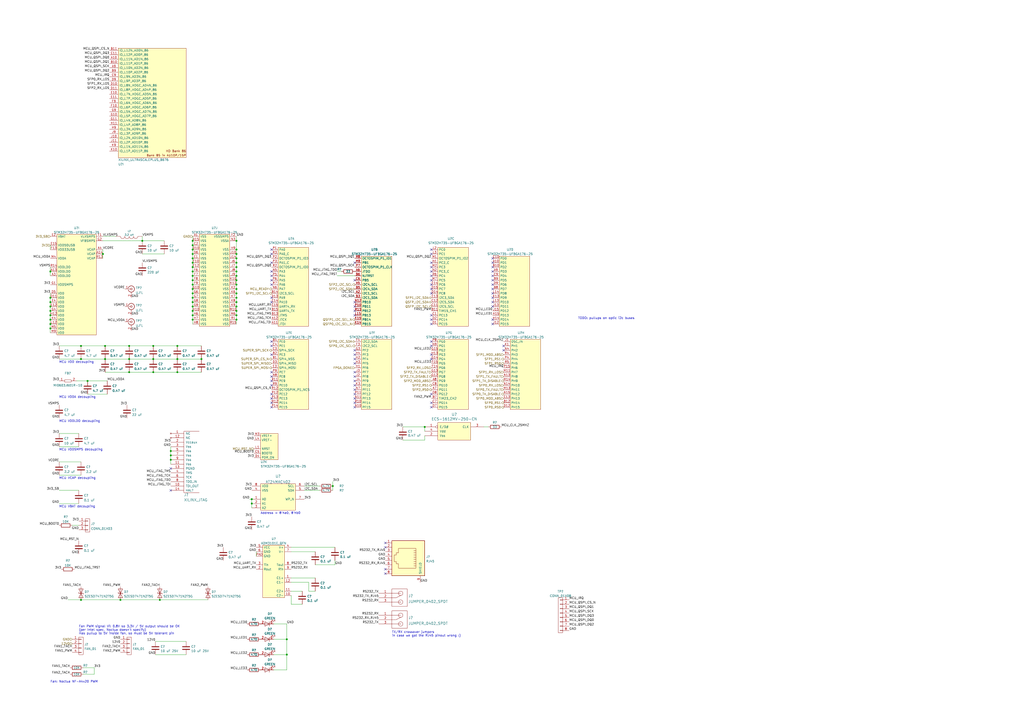
<source format=kicad_sch>
(kicad_sch (version 20211123) (generator eeschema)
  (paper "A2")
  (lib_symbols
    (symbol "conn:CONN_01X03" (pin_names (offset 1.016) hide)
      (property "Reference" "J" (at 0 5.08 0))
      (property "Value" "CONN_01X03" (at 2.54 0 90))
      (symbol "CONN_01X03_1_1"
        (pin passive line (at -5.08 2.54 0) (length 3.81) (name "P1") (number "1"))
        (pin passive line (at -5.08 0 0) (length 3.81) (name "P2") (number "2"))
        (pin passive line (at -5.08 -2.54 0) (length 3.81) (name "P3") (number "3"))
      )
    )
    (symbol "conn:CONN_01X04" (pin_names (offset 1.016) hide)
      (property "Reference" "J" (at 0 6.35 0))
      (property "Value" "CONN_01X04" (at 2.54 0 90))
      (symbol "CONN_01X04_1_1"
        (pin passive line (at -5.08 3.81 0) (length 3.81) (name "P1") (number "1"))
        (pin passive line (at -5.08 1.27 0) (length 3.81) (name "P2") (number "2"))
        (pin passive line (at -5.08 -1.27 0) (length 3.81) (name "P3") (number "3"))
        (pin passive line (at -5.08 -3.81 0) (length 3.81) (name "P4") (number "4"))
      )
    )
    (symbol "conn:CONN_01X08" (pin_names (offset 1.016) hide)
      (property "Reference" "J" (at 0 11.43 0))
      (property "Value" "CONN_01X08" (at 2.54 0 90))
      (symbol "CONN_01X08_1_1"
        (pin passive line (at -5.08 8.89 0) (length 3.81) (name "P1") (number "1"))
        (pin passive line (at -5.08 6.35 0) (length 3.81) (name "P2") (number "2"))
        (pin passive line (at -5.08 3.81 0) (length 3.81) (name "P3") (number "3"))
        (pin passive line (at -5.08 1.27 0) (length 3.81) (name "P4") (number "4"))
        (pin passive line (at -5.08 -1.27 0) (length 3.81) (name "P5") (number "5"))
        (pin passive line (at -5.08 -3.81 0) (length 3.81) (name "P6") (number "6"))
        (pin passive line (at -5.08 -6.35 0) (length 3.81) (name "P7") (number "7"))
        (pin passive line (at -5.08 -8.89 0) (length 3.81) (name "P8") (number "8"))
      )
    )
    (symbol "conn:CONN_COAXIAL" (pin_names (offset 1.016) hide)
      (property "Reference" "J" (at 0.254 3.048 0))
      (property "Value" "CONN_COAXIAL" (at 2.921 0 90))
      (symbol "CONN_COAXIAL_1_1"
        (pin passive line (at -3.81 0 0) (length 2.54) (name "In") (number "1"))
        (pin passive line (at 0 -5.08 90) (length 2.54) (name "Ext") (number "2"))
      )
    )
    (symbol "conn:RJ45" (pin_names (offset 1.016))
      (property "Reference" "J" (at 5.08 12.7 0))
      (property "Value" "RJ45" (at -3.81 12.7 0))
      (symbol "RJ45_1_1"
        (pin passive line (at -8.89 -11.43 90) (length 3.81) (name "~") (number "1"))
        (pin passive line (at -6.35 -11.43 90) (length 3.81) (name "~") (number "2"))
        (pin passive line (at -3.81 -11.43 90) (length 3.81) (name "~") (number "3"))
        (pin passive line (at -1.27 -11.43 90) (length 3.81) (name "~") (number "4"))
        (pin passive line (at 1.27 -11.43 90) (length 3.81) (name "~") (number "5"))
        (pin passive line (at 3.81 -11.43 90) (length 3.81) (name "~") (number "6"))
        (pin passive line (at 6.35 -11.43 90) (length 3.81) (name "~") (number "7"))
        (pin passive line (at 8.89 -11.43 90) (length 3.81) (name "~") (number "8"))
        (pin passive line (at 13.97 8.89 180) (length 3.81) (name "SHIELD") (number "9"))
      )
    )
    (symbol "device:C" (pin_numbers hide) (pin_names (offset 0.254))
      (property "Reference" "C" (at 0.635 2.54 0))
      (property "Value" "C" (at 0.635 -2.54 0))
      (symbol "C_1_1"
        (pin passive line (at 0 3.81 270) (length 2.794) (name "~") (number "1"))
        (pin passive line (at 0 -3.81 90) (length 2.794) (name "~") (number "2"))
      )
    )
    (symbol "device:D_TVS" (pin_numbers hide) (pin_names (offset 1.016) hide)
      (property "Reference" "D" (at 0 2.54 0))
      (property "Value" "D_TVS" (at 0 -2.54 0))
      (symbol "D_TVS_1_1"
        (pin passive line (at -3.81 0 0) (length 2.54) (name "A1") (number "1"))
        (pin passive line (at 3.81 0 180) (length 2.54) (name "A2") (number "2"))
      )
    )
    (symbol "device:LED" (pin_names (offset 1.016) hide)
      (property "Reference" "D" (at 0 2.54 0))
      (property "Value" "LED" (at 0 -2.54 0))
      (symbol "LED_1_1"
        (pin passive line (at -3.81 0 0) (length 2.54) (name "K") (number "1"))
        (pin passive line (at 3.81 0 180) (length 2.54) (name "A") (number "2"))
      )
    )
    (symbol "device:R" (pin_numbers hide) (pin_names (offset 0))
      (property "Reference" "R" (at 2.032 0 90))
      (property "Value" "R" (at 0 0 90))
      (symbol "R_1_1"
        (pin passive line (at 0 3.81 270) (length 1.27) (name "~") (number "1"))
        (pin passive line (at 0 -3.81 90) (length 1.27) (name "~") (number "2"))
      )
    )
    (symbol "memory-azonenberg:24Cxx-DFN8" (pin_names (offset 0.762))
      (property "Reference" "U" (at 13.97 16.51 0))
      (property "Value" "24Cxx-DFN8" (at 17.78 -1.27 0))
      (symbol "24Cxx-DFN8_1_1"
        (pin input line (at -5.08 6.35 0) (length 5.08) (name "A0") (number "1"))
        (pin input line (at -5.08 3.81 0) (length 5.08) (name "A1") (number "2"))
        (pin input line (at -5.08 1.27 0) (length 5.08) (name "A2") (number "3"))
        (pin power_in line (at -5.08 11.43 0) (length 5.08) (name "VSS") (number "4"))
        (pin bidirectional line (at 25.4 11.43 180) (length 5.08) (name "SDA") (number "5"))
        (pin input line (at 25.4 13.97 180) (length 5.08) (name "SCL") (number "6"))
        (pin input line (at 25.4 6.35 180) (length 5.08) (name "WP_N") (number "7"))
        (pin power_in line (at -5.08 13.97 0) (length 5.08) (name "VDD") (number "8"))
      )
    )
    (symbol "osc-azonenberg:OSC" (pin_names (offset 1.016))
      (property "Reference" "U" (at 0 0 0))
      (property "Value" "OSC" (at 0 -2.54 0))
      (symbol "OSC_1_1"
        (pin input inverted (at -17.78 0 0) (length 7.62) (name "E/D#") (number "1"))
        (pin input line (at -17.78 -5.08 0) (length 7.62) (name "Vss") (number "2"))
        (pin output line (at 16.51 0 180) (length 7.62) (name "CLK") (number "3"))
        (pin power_in line (at -17.78 -2.54 0) (length 7.62) (name "Vdd") (number "4"))
      )
    )
    (symbol "passive-azonenberg:FERRITE_SMALL2" (pin_names (offset 1.016))
      (property "Reference" "FB" (at 0 2.54 0))
      (property "Value" "FERRITE_SMALL2" (at 0 -2.54 0))
      (symbol "FERRITE_SMALL2_1_1"
        (pin input line (at -5.08 0 0) (length 3.175) (name "~") (number "1"))
        (pin power_out line (at 5.08 0 180) (length 3.175) (name "~") (number "2"))
      )
    )
    (symbol "passive-azonenberg:INDUCTOR_PWROUT" (pin_numbers hide) (pin_names (offset 1.016) hide)
      (property "Reference" "L" (at -1.27 0 90))
      (property "Value" "INDUCTOR_PWROUT" (at 2.54 0 90))
      (symbol "INDUCTOR_PWROUT_1_1"
        (pin power_out line (at 0 7.62 270) (length 2.54) (name "1") (number "1"))
        (pin passive line (at 0 -7.62 90) (length 2.54) (name "2") (number "2"))
      )
    )
    (symbol "special-azonenberg:ADM3101E_QFN"
      (property "Reference" "U" (at 0 -1.27 0))
      (property "Value" "ADM3101E_QFN" (at 0 -3.81 0))
      (symbol "ADM3101E_QFN_1_1"
        (pin passive line (at 16.51 11.43 180) (length 3.81) (name "C1+") (number "1"))
        (pin passive line (at 16.51 1.27 180) (length 3.81) (name "C2-") (number "10"))
        (pin passive line (at 16.51 3.81 180) (length 3.81) (name "C2+") (number "11"))
        (pin passive line (at 16.51 8.89 180) (length 3.81) (name "C1-") (number "12"))
        (pin output line (at -3.81 16.51 0) (length 3.81) (name "Rout") (number "2"))
        (pin input line (at -3.81 19.05 0) (length 3.81) (name "Tin") (number "3"))
        (pin power_out line (at 16.51 29.21 180) (length 3.81) (name "V+") (number "4"))
        (pin power_in line (at -3.81 29.21 0) (length 3.81) (name "VCC") (number "5"))
        (pin power_in line (at -3.81 26.67 0) (length 3.81) (name "GND") (number "6"))
        (pin power_out line (at 16.51 26.67 180) (length 3.81) (name "V-") (number "7"))
        (pin output line (at 16.51 19.05 180) (length 3.81) (name "Tout") (number "8"))
        (pin input line (at 16.51 16.51 180) (length 3.81) (name "Rin") (number "9"))
        (pin power_in line (at -3.81 24.13 0) (length 3.81) (name "GND") (number "PAD"))
      )
    )
    (symbol "special-azonenberg:JUMPER_0402_SPDT" (pin_names (offset 1.016))
      (property "Reference" "J" (at 0 -1.27 0))
      (property "Value" "JUMPER_0402_SPDT" (at 0 -3.81 0))
      (symbol "JUMPER_0402_SPDT_1_1"
        (pin passive line (at 7.62 7.62 180) (length 7.62) (name "~") (number "1"))
        (pin passive line (at 7.62 5.08 180) (length 7.62) (name "~") (number "2"))
        (pin passive line (at 7.62 2.54 180) (length 7.62) (name "~") (number "3"))
      )
    )
    (symbol "st-azonenberg:STM32H735-UFBGA176-25"
      (property "Reference" "U" (at 0 -1.27 0))
      (property "Value" "STM32H735-UFBGA176-25" (at 0 -3.81 0))
      (symbol "STM32H735-UFBGA176-25_1_1"
        (pin bidirectional line (at -3.81 1.27 0) (length 3.81) (name "PA15") (number "A11") (alternate "JTDI" input line))
        (pin bidirectional line (at -3.81 3.81 0) (length 3.81) (name "PA14") (number "A12") (alternate "JTCK" input line))
        (pin bidirectional line (at -3.81 6.35 0) (length 3.81) (name "PA13") (number "B13") (alternate "JTMS" input line))
        (pin bidirectional line (at -3.81 19.05 0) (length 3.81) (name "PA8") (number "B14") (alternate "I2C3_SCL" bidirectional line) (alternate "I2C5_SCL" bidirectional line))
        (pin bidirectional line (at -3.81 8.89 0) (length 3.81) (name "PA12") (number "B15") (alternate "UART4_TX" output line))
        (pin bidirectional line (at -3.81 13.97 0) (length 3.81) (name "PA10") (number "C14"))
        (pin bidirectional line (at -3.81 11.43 0) (length 3.81) (name "PA11") (number "C15") (alternate "UART4_RX" input line))
        (pin bidirectional line (at -3.81 16.51 0) (length 3.81) (name "PA9") (number "D13"))
        (pin bidirectional line (at -3.81 31.75 0) (length 3.81) (name "PA3") (number "N5") (alternate "OCTOSPIM_P1_CLK" output line) (alternate "OCTOSPIM_P1_IO2" bidirectional line))
        (pin bidirectional line (at -3.81 21.59 0) (length 3.81) (name "PA7") (number "N6") (alternate "OCTOSPIM_P1_IO2" bidirectional line))
        (pin bidirectional line (at -3.81 44.45 0) (length 3.81) (name "PA0") (number "P1") (alternate "UART4_TX" output line))
        (pin bidirectional line (at -3.81 39.37 0) (length 3.81) (name "PA1") (number "P2") (alternate "OCTOSPIM_P1_IO3" bidirectional line) (alternate "UART4_RX" input line))
        (pin bidirectional line (at -3.81 36.83 0) (length 3.81) (name "PA1_C") (number "P3"))
        (pin bidirectional line (at -3.81 29.21 0) (length 3.81) (name "PA4") (number "P5"))
        (pin bidirectional line (at -3.81 26.67 0) (length 3.81) (name "PA5") (number "P6"))
        (pin bidirectional line (at -3.81 34.29 0) (length 3.81) (name "PA2") (number "R2") (alternate "OCTOSPIM_P1_IO0" bidirectional line) (alternate "TIM15_CH1" bidirectional line))
        (pin bidirectional line (at -3.81 41.91 0) (length 3.81) (name "PA0_C") (number "R3"))
        (pin bidirectional line (at -3.81 24.13 0) (length 3.81) (name "PA6") (number "R7") (alternate "OCTOSPIM_P1_IO3" bidirectional line))
      )
      (symbol "STM32H735-UFBGA176-25_2_1"
        (pin bidirectional line (at -3.81 19.05 0) (length 3.81) (name "PB8") (number "A2") (alternate "I2C1_SCL" bidirectional line) (alternate "I2C4_SCL" bidirectional line) (alternate "UART4_RX" input line))
        (pin bidirectional line (at -3.81 24.13 0) (length 3.81) (name "PB6") (number "A5") (alternate "I2C1_SCL" bidirectional line) (alternate "I2C4_SCL" bidirectional line) (alternate "OCTOSPIM_P1_NCS" bidirectional line))
        (pin bidirectional line (at -3.81 31.75 0) (length 3.81) (name "PB3") (number "A6") (alternate "JTDO" output line))
        (pin bidirectional line (at -3.81 16.51 0) (length 3.81) (name "PB9") (number "B3") (alternate "I2C1_SDA" bidirectional line) (alternate "I2C4_SDA" bidirectional line) (alternate "UART4_TX" output line))
        (pin bidirectional line (at -3.81 21.59 0) (length 3.81) (name "PB7") (number "B5") (alternate "I2C1_SDA" bidirectional line) (alternate "I2C4_SDA" bidirectional line))
        (pin bidirectional line (at -3.81 29.21 0) (length 3.81) (name "PB4") (number "B6") (alternate "NJTRST" bidirectional line))
        (pin bidirectional line (at -3.81 26.67 0) (length 3.81) (name "PB5") (number "C6"))
        (pin bidirectional line (at -3.81 1.27 0) (length 3.81) (name "PB15") (number "K14"))
        (pin bidirectional line (at -3.81 3.81 0) (length 3.81) (name "PB14") (number "K15"))
        (pin bidirectional line (at -3.81 6.35 0) (length 3.81) (name "PB13") (number "L15") (alternate "OCTOSPIM_P1_IO2" bidirectional line))
        (pin bidirectional line (at -3.81 8.89 0) (length 3.81) (name "PB12") (number "M15") (alternate "OCTOSPIM_P1_IO0" bidirectional line))
        (pin bidirectional line (at -3.81 36.83 0) (length 3.81) (name "PB1") (number "M8") (alternate "OCTOSPIM_P1_IO0" bidirectional line))
        (pin bidirectional line (at -3.81 13.97 0) (length 3.81) (name "PB10") (number "N12") (alternate "I2C2_SCL" output line) (alternate "OCTOSPIM_P1_NCS" bidirectional line))
        (pin bidirectional line (at -3.81 11.43 0) (length 3.81) (name "PB11") (number "P10") (alternate "I2C2_SDA" bidirectional line))
        (pin bidirectional line (at -3.81 34.29 0) (length 3.81) (name "PB2") (number "P7") (alternate "OCTOSPIM_P1_CLK" output line))
        (pin bidirectional line (at -3.81 39.37 0) (length 3.81) (name "PB0") (number "R8") (alternate "OCTOSPIM_P1_IO1" bidirectional line))
      )
      (symbol "STM32H735-UFBGA176-25_3_1"
        (pin bidirectional line (at -3.81 8.89 0) (length 3.81) (name "PC12") (number "B11") (alternate "TIM15_CH1" bidirectional line))
        (pin bidirectional line (at -3.81 6.35 0) (length 3.81) (name "PC13") (number "C1"))
        (pin bidirectional line (at -3.81 11.43 0) (length 3.81) (name "PC11") (number "C11") (alternate "I2C5_SCL" bidirectional line) (alternate "OCTOSPIM_P1_NCS" bidirectional line) (alternate "UART4_RX" input line))
        (pin bidirectional line (at -3.81 13.97 0) (length 3.81) (name "PC10") (number "C12") (alternate "I2C5_SDA" bidirectional line) (alternate "OCTOSPIM_P1_IO1" bidirectional line) (alternate "UART4_TX" output line))
        (pin bidirectional line (at -3.81 1.27 0) (length 3.81) (name "PC15") (number "D1"))
        (pin bidirectional line (at -3.81 19.05 0) (length 3.81) (name "PC8") (number "D14"))
        (pin bidirectional line (at -3.81 21.59 0) (length 3.81) (name "PC7") (number "D15"))
        (pin bidirectional line (at -3.81 3.81 0) (length 3.81) (name "PC14") (number "D2"))
        (pin bidirectional line (at -3.81 16.51 0) (length 3.81) (name "PC9") (number "E13") (alternate "I2C3_SDA" bidirectional line) (alternate "I2C5_SDA" bidirectional line) (alternate "OCTOSPIM_P1_IO0" bidirectional line))
        (pin bidirectional line (at -3.81 24.13 0) (length 3.81) (name "PC6") (number "E14"))
        (pin bidirectional line (at -3.81 44.45 0) (length 3.81) (name "PC0") (number "L2"))
        (pin bidirectional line (at -3.81 41.91 0) (length 3.81) (name "PC1") (number "L3"))
        (pin bidirectional line (at -3.81 39.37 0) (length 3.81) (name "PC2") (number "M1") (alternate "OCTOSPIM_P1_IO2" bidirectional line))
        (pin bidirectional line (at -3.81 34.29 0) (length 3.81) (name "PC3") (number "M2"))
        (pin bidirectional line (at -3.81 26.67 0) (length 3.81) (name "PC5") (number "M7"))
        (pin bidirectional line (at -3.81 36.83 0) (length 3.81) (name "PC2_C") (number "N1"))
        (pin bidirectional line (at -3.81 31.75 0) (length 3.81) (name "PC3_C") (number "N2"))
        (pin bidirectional line (at -3.81 29.21 0) (length 3.81) (name "PC4") (number "R6"))
      )
      (symbol "STM32H735-UFBGA176-25_4_1"
        (pin bidirectional line (at -3.81 36.83 0) (length 3.81) (name "PD1") (number "A10") (alternate "UART4_TX" output line))
        (pin bidirectional line (at -3.81 31.75 0) (length 3.81) (name "PD3") (number "A9"))
        (pin bidirectional line (at -3.81 34.29 0) (length 3.81) (name "PD2") (number "B10"))
        (pin bidirectional line (at -3.81 21.59 0) (length 3.81) (name "PD7") (number "B8"))
        (pin bidirectional line (at -3.81 26.67 0) (length 3.81) (name "PD5") (number "B9"))
        (pin bidirectional line (at -3.81 39.37 0) (length 3.81) (name "PD0") (number "C10") (alternate "UART4_RX" input line))
        (pin bidirectional line (at -3.81 29.21 0) (length 3.81) (name "PD4") (number "C9"))
        (pin bidirectional line (at -3.81 24.13 0) (length 3.81) (name "PD6") (number "D9"))
        (pin bidirectional line (at -3.81 3.81 0) (length 3.81) (name "PD14") (number "H14"))
        (pin bidirectional line (at -3.81 6.35 0) (length 3.81) (name "PD13") (number "H15") (alternate "I2C4_SDA" bidirectional line) (alternate "OCTOSPIM_P1_IO3" bidirectional line))
        (pin bidirectional line (at -3.81 1.27 0) (length 3.81) (name "PD15") (number "J12"))
        (pin bidirectional line (at -3.81 11.43 0) (length 3.81) (name "PD11") (number "J13") (alternate "OCTOSPIM_P1_IO0" bidirectional line))
        (pin bidirectional line (at -3.81 8.89 0) (length 3.81) (name "PD12") (number "J15") (alternate "I2C4_SCL" bidirectional line) (alternate "OCTOSPIM_P1_IO1" bidirectional line))
        (pin bidirectional line (at -3.81 16.51 0) (length 3.81) (name "PD9") (number "K13"))
        (pin bidirectional line (at -3.81 13.97 0) (length 3.81) (name "PD10") (number "L13"))
        (pin bidirectional line (at -3.81 19.05 0) (length 3.81) (name "PD8") (number "L14"))
      )
      (symbol "STM32H735-UFBGA176-25_5_1"
        (pin bidirectional line (at -3.81 29.21 0) (length 3.81) (name "PE4") (number "B1") (alternate "SPI4_NSS" input line))
        (pin bidirectional line (at -3.81 31.75 0) (length 3.81) (name "PE3") (number "B2"))
        (pin bidirectional line (at -3.81 39.37 0) (length 3.81) (name "PE0") (number "B4"))
        (pin bidirectional line (at -3.81 34.29 0) (length 3.81) (name "PE2") (number "C3") (alternate "OCTOSPIM_P1_IO2" bidirectional line) (alternate "SPI4_SCK" output line))
        (pin bidirectional line (at -3.81 36.83 0) (length 3.81) (name "PE1") (number "C4"))
        (pin bidirectional line (at -3.81 26.67 0) (length 3.81) (name "PE5") (number "D3") (alternate "SPI4_MISO" bidirectional line) (alternate "TIM15_CH1" bidirectional line))
        (pin bidirectional line (at -3.81 24.13 0) (length 3.81) (name "PE6") (number "E3") (alternate "SPI4_MOSI" output line))
        (pin bidirectional line (at -3.81 3.81 0) (length 3.81) (name "PE14") (number "M12") (alternate "SPI4_MOSI" bidirectional line))
        (pin bidirectional line (at -3.81 19.05 0) (length 3.81) (name "PE8") (number "N8"))
        (pin bidirectional line (at -3.81 8.89 0) (length 3.81) (name "PE12") (number "P12") (alternate "SPI4_SCK" bidirectional line))
        (pin bidirectional line (at -3.81 6.35 0) (length 3.81) (name "PE13") (number "P13") (alternate "SPI4_MISO" bidirectional line))
        (pin bidirectional line (at -3.81 1.27 0) (length 3.81) (name "PE15") (number "P14"))
        (pin bidirectional line (at -3.81 21.59 0) (length 3.81) (name "PE7") (number "P9"))
        (pin bidirectional line (at -3.81 16.51 0) (length 3.81) (name "PE9") (number "R11"))
        (pin bidirectional line (at -3.81 11.43 0) (length 3.81) (name "PE11") (number "R12") (alternate "OCTOSPIM_P1_NCS" bidirectional line) (alternate "SPI4_NSS" input line))
        (pin bidirectional line (at -3.81 13.97 0) (length 3.81) (name "PE10") (number "R9"))
      )
      (symbol "STM32H735-UFBGA176-25_6_1"
        (pin bidirectional line (at -3.81 36.83 0) (length 3.81) (name "PF1") (number "F3") (alternate "I2C2_SCL" output line) (alternate "I2C5_SCL" output line) (alternate "TIM23_CH2" bidirectional line))
        (pin bidirectional line (at -3.81 39.37 0) (length 3.81) (name "PF0") (number "F4") (alternate "I2C2_SDA" bidirectional line) (alternate "I2C5_SDA" bidirectional line))
        (pin bidirectional line (at -3.81 34.29 0) (length 3.81) (name "PF2") (number "G3"))
        (pin bidirectional line (at -3.81 24.13 0) (length 3.81) (name "PF6") (number "H1") (alternate "OCTOSPIM_P1_IO3" bidirectional line))
        (pin bidirectional line (at -3.81 29.21 0) (length 3.81) (name "PF4") (number "H2"))
        (pin bidirectional line (at -3.81 26.67 0) (length 3.81) (name "PF5") (number "H3"))
        (pin bidirectional line (at -3.81 31.75 0) (length 3.81) (name "PF3") (number "H4"))
        (pin bidirectional line (at -3.81 19.05 0) (length 3.81) (name "PF8") (number "J2") (alternate "OCTOSPIM_P1_IO0" bidirectional line))
        (pin bidirectional line (at -3.81 21.59 0) (length 3.81) (name "PF7") (number "J3") (alternate "OCTOSPIM_P1_IO2" bidirectional line) (alternate "TIM23_CH2" bidirectional line))
        (pin bidirectional line (at -3.81 16.51 0) (length 3.81) (name "PF9") (number "J4") (alternate "OCTOSPIM_P1_IO1" bidirectional line))
        (pin bidirectional line (at -3.81 13.97 0) (length 3.81) (name "PF10") (number "K3") (alternate "OCTOSPIM_P1_CLK" output line))
        (pin bidirectional line (at -3.81 1.27 0) (length 3.81) (name "PF15") (number "N10") (alternate "I2C4_SDA" bidirectional line))
        (pin bidirectional line (at -3.81 6.35 0) (length 3.81) (name "PF13") (number "N11"))
        (pin bidirectional line (at -3.81 11.43 0) (length 3.81) (name "PF11") (number "N7"))
        (pin bidirectional line (at -3.81 8.89 0) (length 3.81) (name "PF12") (number "P11"))
        (pin bidirectional line (at -3.81 3.81 0) (length 3.81) (name "PF14") (number "R10") (alternate "I2C4_SCL" output line))
      )
      (symbol "STM32H735-UFBGA176-25_7_1"
        (pin bidirectional line (at -3.81 11.43 0) (length 3.81) (name "PG11") (number "A7"))
        (pin bidirectional line (at -3.81 16.51 0) (length 3.81) (name "PG9") (number "A8"))
        (pin bidirectional line (at -3.81 6.35 0) (length 3.81) (name "PG13") (number "B7") (alternate "TIM23_CH2" bidirectional line))
        (pin bidirectional line (at -3.81 3.81 0) (length 3.81) (name "PG14") (number "C7"))
        (pin bidirectional line (at -3.81 13.97 0) (length 3.81) (name "PG10") (number "C8"))
        (pin bidirectional line (at -3.81 1.27 0) (length 3.81) (name "PG15") (number "D7"))
        (pin bidirectional line (at -3.81 8.89 0) (length 3.81) (name "PG12") (number "D8"))
        (pin bidirectional line (at -3.81 24.13 0) (length 3.81) (name "PG6") (number "F14") (alternate "OCTOSPIM_P1_NCS" bidirectional line))
        (pin bidirectional line (at -3.81 26.67 0) (length 3.81) (name "PG5") (number "F15"))
        (pin bidirectional line (at -3.81 19.05 0) (length 3.81) (name "PG8") (number "G12"))
        (pin bidirectional line (at -3.81 21.59 0) (length 3.81) (name "PG7") (number "G13"))
        (pin bidirectional line (at -3.81 29.21 0) (length 3.81) (name "PG4") (number "G14"))
        (pin bidirectional line (at -3.81 34.29 0) (length 3.81) (name "PG2") (number "G15"))
        (pin bidirectional line (at -3.81 31.75 0) (length 3.81) (name "PG3") (number "H13"))
        (pin bidirectional line (at -3.81 36.83 0) (length 3.81) (name "PG1") (number "N9"))
        (pin bidirectional line (at -3.81 39.37 0) (length 3.81) (name "PG0") (number "P8"))
      )
      (symbol "STM32H735-UFBGA176-25_8_1"
        (pin bidirectional line (at -3.81 3.81 0) (length 3.81) (name "PH14") (number "B12") (alternate "UART4_RX" input line))
        (pin bidirectional line (at -3.81 6.35 0) (length 3.81) (name "PH13") (number "C13") (alternate "UART4_TX" output line))
        (pin bidirectional line (at -3.81 1.27 0) (length 3.81) (name "PH15") (number "D12"))
        (pin bidirectional line (at -3.81 39.37 0) (length 3.81) (name "PH0") (number "J1") (alternate "OSC_IN" input line))
        (pin bidirectional line (at -3.81 36.83 0) (length 3.81) (name "PH1") (number "K1"))
        (pin bidirectional line (at -3.81 21.59 0) (length 3.81) (name "PH7") (number "M11") (alternate "I2C3_SCL" bidirectional line))
        (pin bidirectional line (at -3.81 11.43 0) (length 3.81) (name "PH11") (number "M13") (alternate "I2C4_SCL" bidirectional line))
        (pin bidirectional line (at -3.81 16.51 0) (length 3.81) (name "PH9") (number "M14"))
        (pin bidirectional line (at -3.81 19.05 0) (length 3.81) (name "PH8") (number "N13") (alternate "I2C3_SDA" bidirectional line))
        (pin bidirectional line (at -3.81 13.97 0) (length 3.81) (name "PH10") (number "N14"))
        (pin bidirectional line (at -3.81 8.89 0) (length 3.81) (name "PH12") (number "N15") (alternate "I2C4_SDA" bidirectional line))
        (pin bidirectional line (at -3.81 34.29 0) (length 3.81) (name "PH2") (number "N4"))
        (pin bidirectional line (at -3.81 24.13 0) (length 3.81) (name "PH6") (number "P15"))
        (pin bidirectional line (at -3.81 29.21 0) (length 3.81) (name "PH4") (number "P4") (alternate "I2C2_SCL" output line))
        (pin bidirectional line (at -3.81 31.75 0) (length 3.81) (name "PH3") (number "R4"))
        (pin bidirectional line (at -3.81 26.67 0) (length 3.81) (name "PH5") (number "R5") (alternate "I2C2_SDA" bidirectional line))
      )
      (symbol "STM32H735-UFBGA176-25_9_1"
        (pin power_in line (at -3.81 36.83 0) (length 3.81) (name "VDDLDO") (number "A13"))
        (pin power_in line (at 26.67 46.99 180) (length 3.81) (name "VCAP") (number "A14"))
        (pin power_in line (at -3.81 34.29 0) (length 3.81) (name "VDDLDO") (number "A3"))
        (pin power_out line (at 26.67 49.53 180) (length 3.81) (name "VCAP") (number "A4"))
        (pin power_in line (at -3.81 21.59 0) (length 3.81) (name "VDD") (number "D11"))
        (pin power_in line (at -3.81 24.13 0) (length 3.81) (name "VDD") (number "D5"))
        (pin power_in line (at -3.81 16.51 0) (length 3.81) (name "VDD") (number "E12"))
        (pin power_in line (at -3.81 52.07 0) (length 3.81) (name "VDD50USB") (number "E15"))
        (pin power_in line (at -3.81 57.15 0) (length 3.81) (name "VBAT") (number "E2"))
        (pin power_in line (at -3.81 19.05 0) (length 3.81) (name "VDD") (number "E4"))
        (pin power_out line (at 26.67 57.15 180) (length 3.81) (name "VLXSMPS") (number "F1"))
        (pin power_in line (at -3.81 49.53 0) (length 3.81) (name "VDD33USB") (number "F13"))
        (pin power_in line (at -3.81 29.21 0) (length 3.81) (name "VDDSMPS") (number "G1"))
        (pin power_in line (at 26.67 54.61 180) (length 3.81) (name "VFBSMPS") (number "G2"))
        (pin power_in line (at -3.81 13.97 0) (length 3.81) (name "VDD") (number "G4"))
        (pin power_in line (at -3.81 11.43 0) (length 3.81) (name "VDD") (number "H12"))
        (pin power_in line (at -3.81 8.89 0) (length 3.81) (name "VDD") (number "K4"))
        (pin power_in line (at -3.81 6.35 0) (length 3.81) (name "VDD") (number "L12"))
        (pin power_in line (at -3.81 44.45 0) (length 3.81) (name "VDDA") (number "M4"))
        (pin power_in line (at -3.81 3.81 0) (length 3.81) (name "VDD") (number "M5"))
        (pin power_in line (at -3.81 1.27 0) (length 3.81) (name "VDD") (number "M9"))
        (pin power_in line (at 26.67 44.45 180) (length 3.81) (name "VCAP") (number "R13"))
        (pin power_in line (at -3.81 39.37 0) (length 3.81) (name "VDDLDO") (number "R14"))
      )
      (symbol "STM32H735-UFBGA176-25_10_1"
        (pin power_in line (at -3.81 52.07 0) (length 3.81) (name "VSS") (number "A1"))
        (pin power_in line (at -3.81 49.53 0) (length 3.81) (name "VSS") (number "A15"))
        (pin power_in line (at -3.81 46.99 0) (length 3.81) (name "VSS") (number "C2"))
        (pin power_in line (at -3.81 44.45 0) (length 3.81) (name "VSS") (number "D10"))
        (pin power_in line (at -3.81 41.91 0) (length 3.81) (name "VSS") (number "D6"))
        (pin power_in line (at -3.81 39.37 0) (length 3.81) (name "VSS") (number "E1"))
        (pin power_in line (at -3.81 36.83 0) (length 3.81) (name "VSS") (number "F10"))
        (pin power_in line (at -3.81 34.29 0) (length 3.81) (name "VSS") (number "F12"))
        (pin power_in line (at 21.59 52.07 180) (length 3.81) (name "VSSSMPS") (number "F2"))
        (pin power_in line (at -3.81 31.75 0) (length 3.81) (name "VSS") (number "F6"))
        (pin power_in line (at -3.81 29.21 0) (length 3.81) (name "VSS") (number "F7"))
        (pin power_in line (at -3.81 26.67 0) (length 3.81) (name "VSS") (number "F8"))
        (pin power_in line (at -3.81 24.13 0) (length 3.81) (name "VSS") (number "F9"))
        (pin power_in line (at -3.81 21.59 0) (length 3.81) (name "VSS") (number "G10"))
        (pin power_in line (at -3.81 19.05 0) (length 3.81) (name "VSS") (number "G6"))
        (pin power_in line (at -3.81 16.51 0) (length 3.81) (name "VSS") (number "G7"))
        (pin power_in line (at -3.81 13.97 0) (length 3.81) (name "VSS") (number "G8"))
        (pin power_in line (at -3.81 11.43 0) (length 3.81) (name "VSS") (number "G9"))
        (pin power_in line (at -3.81 8.89 0) (length 3.81) (name "VSS") (number "H10"))
        (pin power_in line (at -3.81 6.35 0) (length 3.81) (name "VSS") (number "H6"))
        (pin power_in line (at -3.81 3.81 0) (length 3.81) (name "VSS") (number "H7"))
        (pin power_in line (at -3.81 1.27 0) (length 3.81) (name "VSS") (number "H8"))
        (pin power_in line (at 21.59 44.45 180) (length 3.81) (name "VSS") (number "H9"))
        (pin power_in line (at 21.59 41.91 180) (length 3.81) (name "VSS") (number "J10"))
        (pin power_in line (at 21.59 39.37 180) (length 3.81) (name "VSS") (number "J14"))
        (pin power_in line (at 21.59 36.83 180) (length 3.81) (name "VSS") (number "J6"))
        (pin power_in line (at 21.59 34.29 180) (length 3.81) (name "VSS") (number "J7"))
        (pin power_in line (at 21.59 31.75 180) (length 3.81) (name "VSS") (number "J8"))
        (pin power_in line (at 21.59 29.21 180) (length 3.81) (name "VSS") (number "J9"))
        (pin power_in line (at 21.59 26.67 180) (length 3.81) (name "VSS") (number "K10"))
        (pin power_in line (at 21.59 24.13 180) (length 3.81) (name "VSS") (number "K12"))
        (pin power_in line (at 21.59 21.59 180) (length 3.81) (name "VSS") (number "K2"))
        (pin power_in line (at 21.59 19.05 180) (length 3.81) (name "VSS") (number "K6"))
        (pin power_in line (at 21.59 16.51 180) (length 3.81) (name "VSS") (number "K7"))
        (pin power_in line (at 21.59 13.97 180) (length 3.81) (name "VSS") (number "K8"))
        (pin power_in line (at 21.59 11.43 180) (length 3.81) (name "VSS") (number "K9"))
        (pin power_in line (at 21.59 8.89 180) (length 3.81) (name "VSS") (number "M10"))
        (pin power_in line (at 21.59 6.35 180) (length 3.81) (name "VSS") (number "M6"))
        (pin power_in line (at 21.59 49.53 180) (length 3.81) (name "VSSA") (number "N3"))
        (pin power_in line (at 21.59 3.81 180) (length 3.81) (name "VSS") (number "R1"))
        (pin power_in line (at 21.59 1.27 180) (length 3.81) (name "VSS") (number "R15"))
      )
      (symbol "STM32H735-UFBGA176-25_11_1"
        (pin input line (at -3.81 3.81 0) (length 3.81) (name "BOOT0") (number "C5"))
        (pin input line (at -3.81 1.27 0) (length 3.81) (name "PDR_ON") (number "D4"))
        (pin input line (at -3.81 6.35 0) (length 3.81) (name "NRST") (number "L1"))
        (pin input line (at -3.81 11.43 0) (length 3.81) (name "VREF-") (number "L4"))
        (pin input line (at -3.81 13.97 0) (length 3.81) (name "VREF+") (number "M3"))
      )
    )
    (symbol "xilinx-azonenberg:XILINX_JTAG" (pin_names (offset 1.016))
      (property "Reference" "J" (at 12.7 39.37 0))
      (property "Value" "XILINX_JTAG" (at 12.7 36.83 0))
      (symbol "XILINX_JTAG_1_1"
        (pin no_connect line (at 0 33.02 0) (length 7.62) (name "NC") (number "1"))
        (pin output line (at 0 2.54 0) (length 7.62) (name "TDI_OUT") (number "10"))
        (pin power_in line (at 0 15.24 0) (length 7.62) (name "Vss") (number "11"))
        (pin no_connect line (at 0 30.48 0) (length 7.62) (name "NC") (number "12"))
        (pin bidirectional line (at 0 12.7 0) (length 7.62) (name "PGND") (number "13"))
        (pin output line (at 0 0 0) (length 7.62) (name "HALT") (number "14"))
        (pin power_in line (at 0 27.94 0) (length 7.62) (name "Vccaux") (number "2"))
        (pin power_in line (at 0 25.4 0) (length 7.62) (name "Vss") (number "3"))
        (pin output line (at 0 10.16 0) (length 7.62) (name "TMS") (number "4"))
        (pin power_in line (at 0 22.86 0) (length 7.62) (name "Vss") (number "5"))
        (pin output line (at 0 7.62 0) (length 7.62) (name "TCK") (number "6"))
        (pin power_in line (at 0 20.32 0) (length 7.62) (name "Vss") (number "7"))
        (pin input line (at 0 5.08 0) (length 7.62) (name "TDO_IN") (number "8"))
        (pin power_in line (at 0 17.78 0) (length 7.62) (name "Vss") (number "9"))
      )
    )
    (symbol "xilinx-azonenberg:XILINX_ULTRASCALEPLUS_B676"
      (property "Reference" "U" (at 0 -2.54 0))
      (property "Value" "XILINX_ULTRASCALEPLUS_B676" (at 0 -5.08 0))
      (symbol "XILINX_ULTRASCALEPLUS_B676_1_0"
        (text "Config / dedicated" (at 34.29 1.27 0) (effects (font (size 1.27 1.27)) (justify right)))
      )
      (symbol "XILINX_ULTRASCALEPLUS_B676_1_1"
        (pin input line (at -5.08 57.15 0) (length 5.08) (name "M0_0") (number "AA10"))
        (pin power_out line (at 39.37 59.69 180) (length 5.08) (name "RDWR_FCS_B_0") (number "AA12"))
        (pin input line (at -5.08 54.61 0) (length 5.08) (name "M1_0") (number "AA9"))
        (pin input line (at -5.08 24.13 0) (length 5.08) (name "TMS_0") (number "AB10"))
        (pin output line (at -5.08 41.91 0) (length 5.08) (name "DONE_0") (number "AB11"))
        (pin input line (at -5.08 29.21 0) (length 5.08) (name "TDI_0") (number "AB12"))
        (pin input line (at -5.08 44.45 0) (length 5.08) (name "PROGRAM_B_0") (number "AB9"))
        (pin bidirectional line (at 39.37 49.53 180) (length 5.08) (name "D02_0") (number "AC11"))
        (pin bidirectional line (at 39.37 52.07 180) (length 5.08) (name "D01_DIN_0") (number "AC12"))
        (pin bidirectional line (at 39.37 54.61 180) (length 5.08) (name "D00_MOSI_0") (number "AD11"))
        (pin bidirectional line (at 39.37 46.99 180) (length 5.08) (name "D03_0") (number "AE11"))
        (pin input line (at -5.08 31.75 0) (length 5.08) (name "TCK_0") (number "AE12"))
        (pin input line (at -5.08 52.07 0) (length 5.08) (name "M2_0") (number "AF12"))
        (pin input line (at -5.08 8.89 0) (length 5.08) (name "VREFN") (number "P13"))
        (pin input line (at -5.08 19.05 0) (length 5.08) (name "VP") (number "P14"))
        (pin input line (at -5.08 16.51 0) (length 5.08) (name "VN") (number "R13"))
        (pin input line (at -5.08 11.43 0) (length 5.08) (name "VREFP") (number "R14"))
        (pin passive line (at -5.08 1.27 0) (length 5.08) (name "DXN") (number "T13"))
        (pin passive line (at -5.08 3.81 0) (length 5.08) (name "DXP") (number "T14"))
        (pin bidirectional line (at -5.08 39.37 0) (length 5.08) (name "INIT_B_0") (number "W10"))
        (pin input line (at -5.08 59.69 0) (length 5.08) (name "RSVDGND") (number "W11"))
        (pin input line (at -5.08 36.83 0) (length 5.08) (name "PUDC_B_0") (number "W9"))
        (pin output line (at -5.08 26.67 0) (length 5.08) (name "TDO_0") (number "Y10"))
        (pin output line (at 39.37 57.15 180) (length 5.08) (name "CCLK_0") (number "Y11"))
        (pin input line (at -5.08 49.53 0) (length 5.08) (name "POR_OVERRIDE") (number "Y12"))
      )
      (symbol "XILINX_ULTRASCALEPLUS_B676_2_0"
        (text "Ground 1/2" (at 33.02 1.27 0) (effects (font (size 1.27 1.27)) (justify right)))
      )
      (symbol "XILINX_ULTRASCALEPLUS_B676_2_1"
        (pin power_in line (at -5.08 128.27 0) (length 5.08) (name "GND") (number "A1"))
        (pin power_in line (at -5.08 125.73 0) (length 5.08) (name "GND") (number "A11"))
        (pin power_in line (at -5.08 123.19 0) (length 5.08) (name "GND") (number "A16"))
        (pin power_in line (at -5.08 120.65 0) (length 5.08) (name "GND") (number "A2"))
        (pin power_in line (at -5.08 118.11 0) (length 5.08) (name "GND") (number "A21"))
        (pin power_in line (at -5.08 115.57 0) (length 5.08) (name "GND") (number "A26"))
        (pin power_in line (at -5.08 113.03 0) (length 5.08) (name "GND") (number "A5"))
        (pin power_in line (at -5.08 110.49 0) (length 5.08) (name "GND") (number "A6"))
        (pin power_in line (at -5.08 107.95 0) (length 5.08) (name "GND") (number "A8"))
        (pin power_in line (at -5.08 105.41 0) (length 5.08) (name "GND") (number "AA1"))
        (pin power_in line (at -5.08 102.87 0) (length 5.08) (name "GND") (number "AA16"))
        (pin power_in line (at -5.08 100.33 0) (length 5.08) (name "GND") (number "AA2"))
        (pin power_in line (at -5.08 97.79 0) (length 5.08) (name "GND") (number "AA26"))
        (pin power_in line (at -5.08 95.25 0) (length 5.08) (name "GND") (number "AA3"))
        (pin power_in line (at -5.08 92.71 0) (length 5.08) (name "GND") (number "AA6"))
        (pin power_in line (at -5.08 90.17 0) (length 5.08) (name "GND") (number "AA8"))
        (pin power_in line (at -5.08 87.63 0) (length 5.08) (name "GND") (number "AB13"))
        (pin power_in line (at -5.08 85.09 0) (length 5.08) (name "GND") (number "AB23"))
        (pin power_in line (at -5.08 82.55 0) (length 5.08) (name "GND") (number "AB3"))
        (pin power_in line (at -5.08 80.01 0) (length 5.08) (name "GND") (number "AB4"))
        (pin power_in line (at -5.08 77.47 0) (length 5.08) (name "GND") (number "AB8"))
        (pin power_in line (at -5.08 74.93 0) (length 5.08) (name "GND") (number "AC1"))
        (pin power_in line (at -5.08 72.39 0) (length 5.08) (name "GND") (number "AC10"))
        (pin power_in line (at -5.08 69.85 0) (length 5.08) (name "GND") (number "AC2"))
        (pin power_in line (at -5.08 67.31 0) (length 5.08) (name "GND") (number "AC20"))
        (pin power_in line (at -5.08 64.77 0) (length 5.08) (name "GND") (number "AC25"))
        (pin power_in line (at -5.08 62.23 0) (length 5.08) (name "GND") (number "AC3"))
        (pin power_in line (at -5.08 59.69 0) (length 5.08) (name "GND") (number "AC6"))
        (pin power_in line (at -5.08 57.15 0) (length 5.08) (name "GND") (number "AC8"))
        (pin power_in line (at -5.08 54.61 0) (length 5.08) (name "GND") (number "AC9"))
        (pin power_in line (at -5.08 52.07 0) (length 5.08) (name "GND") (number "AD10"))
        (pin power_in line (at -5.08 49.53 0) (length 5.08) (name "GND") (number "AD17"))
        (pin power_in line (at -5.08 46.99 0) (length 5.08) (name "GND") (number "AD3"))
        (pin power_in line (at -5.08 44.45 0) (length 5.08) (name "GND") (number "AD4"))
        (pin power_in line (at -5.08 41.91 0) (length 5.08) (name "GND") (number "AD5"))
        (pin power_in line (at -5.08 39.37 0) (length 5.08) (name "GND") (number "AE1"))
        (pin power_in line (at -5.08 36.83 0) (length 5.08) (name "GND") (number "AE10"))
        (pin power_in line (at -5.08 34.29 0) (length 5.08) (name "GND") (number "AE14"))
        (pin power_in line (at -5.08 31.75 0) (length 5.08) (name "GND") (number "AE19"))
        (pin power_in line (at -5.08 29.21 0) (length 5.08) (name "GND") (number "AE2"))
        (pin power_in line (at -5.08 26.67 0) (length 5.08) (name "GND") (number "AE24"))
        (pin power_in line (at -5.08 24.13 0) (length 5.08) (name "GND") (number "AE5"))
        (pin power_in line (at -5.08 21.59 0) (length 5.08) (name "GND") (number "AE6"))
        (pin power_in line (at -5.08 19.05 0) (length 5.08) (name "GND") (number "AF10"))
        (pin power_in line (at -5.08 16.51 0) (length 5.08) (name "GND") (number "AF11"))
        (pin power_in line (at -5.08 13.97 0) (length 5.08) (name "GND") (number "AF16"))
        (pin power_in line (at -5.08 11.43 0) (length 5.08) (name "GND") (number "AF21"))
        (pin power_in line (at -5.08 8.89 0) (length 5.08) (name "GND") (number "AF26"))
        (pin power_in line (at -5.08 6.35 0) (length 5.08) (name "GND") (number "AF3"))
        (pin power_in line (at -5.08 3.81 0) (length 5.08) (name "GND") (number "AF4"))
        (pin power_in line (at -5.08 1.27 0) (length 5.08) (name "GND") (number "AF5"))
        (pin power_in line (at 38.1 133.35 180) (length 5.08) (name "GND") (number "AF8"))
        (pin power_in line (at 38.1 130.81 180) (length 5.08) (name "GND") (number "AF9"))
        (pin power_in line (at 38.1 128.27 180) (length 5.08) (name "GND") (number "B13"))
        (pin power_in line (at 38.1 125.73 180) (length 5.08) (name "GND") (number "B18"))
        (pin power_in line (at 38.1 123.19 180) (length 5.08) (name "GND") (number "B23"))
        (pin power_in line (at 38.1 120.65 180) (length 5.08) (name "GND") (number "B3"))
        (pin power_in line (at 38.1 118.11 180) (length 5.08) (name "GND") (number "B4"))
        (pin power_in line (at 38.1 115.57 180) (length 5.08) (name "GND") (number "B5"))
        (pin power_in line (at 38.1 113.03 180) (length 5.08) (name "GND") (number "B8"))
        (pin power_in line (at 38.1 110.49 180) (length 5.08) (name "GND") (number "C1"))
        (pin power_in line (at 38.1 107.95 180) (length 5.08) (name "GND") (number "C10"))
        (pin power_in line (at 38.1 105.41 180) (length 5.08) (name "GND") (number "C15"))
        (pin power_in line (at 38.1 102.87 180) (length 5.08) (name "GND") (number "C2"))
        (pin power_in line (at 38.1 100.33 180) (length 5.08) (name "GND") (number "C25"))
        (pin power_in line (at 38.1 97.79 180) (length 5.08) (name "GND") (number "C5"))
        (pin power_in line (at 38.1 95.25 180) (length 5.08) (name "GND") (number "C6"))
        (pin power_in line (at 38.1 92.71 180) (length 5.08) (name "GND") (number "C8"))
        (pin power_in line (at 38.1 90.17 180) (length 5.08) (name "GND") (number "D12"))
        (pin power_in line (at 38.1 87.63 180) (length 5.08) (name "GND") (number "D22"))
        (pin power_in line (at 38.1 85.09 180) (length 5.08) (name "GND") (number "D3"))
        (pin power_in line (at 38.1 82.55 180) (length 5.08) (name "GND") (number "D4"))
        (pin power_in line (at 38.1 80.01 180) (length 5.08) (name "GND") (number "D5"))
        (pin power_in line (at 38.1 77.47 180) (length 5.08) (name "GND") (number "D8"))
        (pin power_in line (at 38.1 74.93 180) (length 5.08) (name "GND") (number "E1"))
        (pin power_in line (at 38.1 72.39 180) (length 5.08) (name "GND") (number "E19"))
        (pin power_in line (at 38.1 69.85 180) (length 5.08) (name "GND") (number "E2"))
        (pin power_in line (at 38.1 67.31 180) (length 5.08) (name "GND") (number "E3"))
        (pin power_in line (at 38.1 64.77 180) (length 5.08) (name "GND") (number "E6"))
        (pin power_in line (at 38.1 62.23 180) (length 5.08) (name "GND") (number "E8"))
        (pin power_in line (at 38.1 59.69 180) (length 5.08) (name "GND") (number "F11"))
        (pin power_in line (at 38.1 57.15 180) (length 5.08) (name "GND") (number "F16"))
        (pin power_in line (at 38.1 54.61 180) (length 5.08) (name "GND") (number "F21"))
        (pin power_in line (at 38.1 52.07 180) (length 5.08) (name "GND") (number "F26"))
        (pin power_in line (at 38.1 49.53 180) (length 5.08) (name "GND") (number "F3"))
        (pin power_in line (at 38.1 46.99 180) (length 5.08) (name "GND") (number "F4"))
        (pin power_in line (at 38.1 44.45 180) (length 5.08) (name "GND") (number "F8"))
        (pin power_in line (at 38.1 41.91 180) (length 5.08) (name "GND") (number "G1"))
        (pin power_in line (at 38.1 39.37 180) (length 5.08) (name "GND") (number "G13"))
        (pin power_in line (at 38.1 36.83 180) (length 5.08) (name "GND") (number "G2"))
        (pin power_in line (at 38.1 34.29 180) (length 5.08) (name "GND") (number "G23"))
        (pin power_in line (at 38.1 31.75 180) (length 5.08) (name "GND") (number "G3"))
        (pin power_in line (at 38.1 29.21 180) (length 5.08) (name "GND") (number "G6"))
        (pin power_in line (at 38.1 26.67 180) (length 5.08) (name "GND") (number "G8"))
        (pin power_in line (at 38.1 24.13 180) (length 5.08) (name "GND") (number "H20"))
        (pin power_in line (at 38.1 21.59 180) (length 5.08) (name "GND") (number "H3"))
        (pin power_in line (at 38.1 19.05 180) (length 5.08) (name "GND") (number "H4"))
        (pin power_in line (at 38.1 16.51 180) (length 5.08) (name "GND") (number "H8"))
        (pin power_in line (at 38.1 13.97 180) (length 5.08) (name "GND") (number "J1"))
        (pin power_in line (at 38.1 11.43 180) (length 5.08) (name "GND") (number "J17"))
        (pin power_in line (at 38.1 8.89 180) (length 5.08) (name "GND") (number "J2"))
        (pin power_in line (at 38.1 6.35 180) (length 5.08) (name "GND") (number "J3"))
        (pin power_in line (at 38.1 3.81 180) (length 5.08) (name "GND") (number "J6"))
        (pin power_in line (at -5.08 133.35 0) (length 5.08) (name "GNDADC") (number "N13"))
      )
      (symbol "XILINX_ULTRASCALEPLUS_B676_3_0"
        (text "Power" (at 35.56 1.27 0) (effects (font (size 1.27 1.27)) (justify right)))
      )
      (symbol "XILINX_ULTRASCALEPLUS_B676_3_1"
        (pin power_in line (at 40.64 129.54 180) (length 5.08) (name "MGTAVTT_R") (number "A7"))
        (pin power_in line (at -5.08 127 0) (length 5.08) (name "VCCO_0") (number "AA11"))
        (pin power_in line (at -5.08 119.38 0) (length 5.08) (name "VCCO_64") (number "AA21"))
        (pin power_in line (at -5.08 13.97 0) (length 5.08) (name "MGTAVCC_R") (number "AA7"))
        (pin power_in line (at -5.08 116.84 0) (length 5.08) (name "VCCO_64") (number "AB18"))
        (pin power_in line (at 40.64 127 180) (length 5.08) (name "MGTAVTT_R") (number "AB5"))
        (pin power_in line (at -5.08 78.74 0) (length 5.08) (name "VCCO_84") (number "AC15"))
        (pin power_in line (at -5.08 11.43 0) (length 5.08) (name "MGTAVCC_R") (number "AC7"))
        (pin power_in line (at -5.08 124.46 0) (length 5.08) (name "VCCO_0") (number "AD12"))
        (pin power_in line (at -5.08 114.3 0) (length 5.08) (name "VCCO_64") (number "AD22"))
        (pin power_in line (at 40.64 124.46 180) (length 5.08) (name "MGTAVTT_R") (number "AE7"))
        (pin power_in line (at -5.08 88.9 0) (length 5.08) (name "VCCO_67") (number "C20"))
        (pin power_in line (at 40.64 121.92 180) (length 5.08) (name "MGTAVTT_R") (number "C7"))
        (pin power_in line (at -5.08 86.36 0) (length 5.08) (name "VCCO_67") (number "D17"))
        (pin power_in line (at -5.08 63.5 0) (length 5.08) (name "VCCO_87") (number "E14"))
        (pin power_in line (at -5.08 99.06 0) (length 5.08) (name "VCCO_66") (number "E24"))
        (pin power_in line (at 40.64 119.38 180) (length 5.08) (name "MGTAVTT_R") (number "E7"))
        (pin power_in line (at -5.08 71.12 0) (length 5.08) (name "VCCO_86") (number "E9"))
        (pin power_in line (at 40.64 116.84 180) (length 5.08) (name "MGTAVTT_R") (number "F5"))
        (pin power_in line (at -5.08 83.82 0) (length 5.08) (name "VCCO_67") (number "G18"))
        (pin power_in line (at 40.64 114.3 180) (length 5.08) (name "MGTAVTT_R") (number "G7"))
        (pin power_in line (at -5.08 68.58 0) (length 5.08) (name "VCCO_86") (number "H10"))
        (pin power_in line (at -5.08 60.96 0) (length 5.08) (name "VCCO_87") (number "H15"))
        (pin power_in line (at -5.08 96.52 0) (length 5.08) (name "VCCO_66") (number "H25"))
        (pin power_in line (at 40.64 111.76 180) (length 5.08) (name "MGTAVTT_R") (number "H5"))
        (pin power_in line (at -5.08 93.98 0) (length 5.08) (name "VCCO_66") (number "J22"))
        (pin power_in line (at -5.08 8.89 0) (length 5.08) (name "MGTAVCC_R") (number "J7"))
        (pin power_in line (at 40.64 91.44 180) (length 5.08) (name "VCCINT") (number "K11"))
        (pin power_in line (at 40.64 88.9 180) (length 5.08) (name "VCCINT") (number "K13"))
        (pin power_in line (at 40.64 86.36 180) (length 5.08) (name "VCCINT") (number "K15"))
        (pin power_in line (at 40.64 83.82 180) (length 5.08) (name "VCCINT") (number "K17"))
        (pin power_in line (at 40.64 109.22 180) (length 5.08) (name "MGTAVTT_R") (number "K5"))
        (pin power_in line (at 40.64 81.28 180) (length 5.08) (name "VCCINT") (number "L10"))
        (pin power_in line (at 40.64 78.74 180) (length 5.08) (name "VCCINT") (number "L12"))
        (pin power_in line (at 40.64 76.2 180) (length 5.08) (name "VCCINT") (number "L14"))
        (pin power_in line (at 40.64 73.66 180) (length 5.08) (name "VCCINT") (number "L16"))
        (pin power_in line (at -5.08 6.35 0) (length 5.08) (name "MGTAVCC_R") (number "L7"))
        (pin power_in line (at -5.08 39.37 0) (length 5.08) (name "VCCINT_IO") (number "L9"))
        (pin power_in line (at 40.64 71.12 180) (length 5.08) (name "VCCINT") (number "M11"))
        (pin power_in line (at 40.64 68.58 180) (length 5.08) (name "VCCINT") (number "M13"))
        (pin power_in line (at 40.64 66.04 180) (length 5.08) (name "VCCINT") (number "M15"))
        (pin power_in line (at 40.64 63.5 180) (length 5.08) (name "VCCINT") (number "M17"))
        (pin power_in line (at -5.08 55.88 0) (length 5.08) (name "VCCAUX") (number "M18"))
        (pin power_in line (at 40.64 106.68 180) (length 5.08) (name "MGTAVTT_R") (number "M5"))
        (pin power_in line (at -5.08 36.83 0) (length 5.08) (name "VCCINT_IO") (number "M9"))
        (pin power_in line (at 40.64 60.96 180) (length 5.08) (name "VCCINT") (number "N10"))
        (pin power_in line (at 40.64 58.42 180) (length 5.08) (name "VCCINT") (number "N12"))
        (pin power_in line (at -5.08 132.08 0) (length 5.08) (name "VCCADC") (number "N14"))
        (pin power_in line (at 40.64 55.88 180) (length 5.08) (name "VCCINT") (number "N16"))
        (pin power_in line (at -5.08 53.34 0) (length 5.08) (name "VCCAUX") (number "N18"))
        (pin power_in line (at -5.08 3.81 0) (length 5.08) (name "MGTAVCC_R") (number "N7"))
        (pin power_in line (at -5.08 34.29 0) (length 5.08) (name "VCCINT_IO") (number "N9"))
        (pin power_in line (at 40.64 53.34 180) (length 5.08) (name "VCCINT") (number "P11"))
        (pin power_in line (at 40.64 50.8 180) (length 5.08) (name "VCCINT") (number "P15"))
        (pin power_in line (at 40.64 48.26 180) (length 5.08) (name "VCCINT") (number "P17"))
        (pin power_in line (at -5.08 48.26 0) (length 5.08) (name "VCCAUX_IO") (number "P18"))
        (pin power_in line (at -5.08 109.22 0) (length 5.08) (name "VCCO_65") (number "P22"))
        (pin power_in line (at 40.64 104.14 180) (length 5.08) (name "MGTAVTT_R") (number "P5"))
        (pin power_in line (at -5.08 31.75 0) (length 5.08) (name "VCCINT_IO") (number "P9"))
        (pin power_in line (at 40.64 45.72 180) (length 5.08) (name "VCCINT") (number "R10"))
        (pin power_in line (at 40.64 43.18 180) (length 5.08) (name "VCCINT") (number "R12"))
        (pin power_in line (at 40.64 40.64 180) (length 5.08) (name "VCCINT") (number "R16"))
        (pin power_in line (at -5.08 45.72 0) (length 5.08) (name "VCCAUX_IO") (number "R18"))
        (pin power_in line (at 40.64 134.62 180) (length 5.08) (name "MGTVCCAUX_R") (number "R7"))
        (pin power_in line (at -5.08 26.67 0) (length 5.08) (name "VCCBRAM") (number "R9"))
        (pin power_in line (at 40.64 38.1 180) (length 5.08) (name "VCCINT") (number "T11"))
        (pin power_in line (at 40.64 35.56 180) (length 5.08) (name "VCCINT") (number "T15"))
        (pin power_in line (at 40.64 33.02 180) (length 5.08) (name "VCCINT") (number "T17"))
        (pin power_in line (at -5.08 43.18 0) (length 5.08) (name "VCCAUX_IO") (number "T18"))
        (pin power_in line (at 40.64 101.6 180) (length 5.08) (name "MGTAVTT_R") (number "T5"))
        (pin power_in line (at -5.08 24.13 0) (length 5.08) (name "VCCBRAM") (number "T9"))
        (pin power_in line (at 40.64 30.48 180) (length 5.08) (name "VCCINT") (number "U10"))
        (pin power_in line (at 40.64 27.94 180) (length 5.08) (name "VCCINT") (number "U12"))
        (pin power_in line (at 40.64 25.4 180) (length 5.08) (name "VCCINT") (number "U14"))
        (pin power_in line (at 40.64 22.86 180) (length 5.08) (name "VCCINT") (number "U16"))
        (pin power_in line (at -5.08 106.68 0) (length 5.08) (name "VCCO_65") (number "U23"))
        (pin power_in line (at 40.64 137.16 180) (length 5.08) (name "MGTVCCAUX_R") (number "U7"))
        (pin power_in line (at -5.08 21.59 0) (length 5.08) (name "VCCBRAM") (number "U9"))
        (pin power_in line (at 40.64 20.32 180) (length 5.08) (name "VCCINT") (number "V11"))
        (pin power_in line (at 40.64 17.78 180) (length 5.08) (name "VCCINT") (number "V13"))
        (pin power_in line (at 40.64 15.24 180) (length 5.08) (name "VCCINT") (number "V15"))
        (pin power_in line (at 40.64 12.7 180) (length 5.08) (name "VCCINT") (number "V17"))
        (pin power_in line (at 40.64 99.06 180) (length 5.08) (name "MGTAVTT_R") (number "V5"))
        (pin power_in line (at -5.08 19.05 0) (length 5.08) (name "VCCBRAM") (number "V9"))
        (pin power_in line (at -5.08 1.27 0) (length 5.08) (name "MGTAVCC_R") (number "W7"))
        (pin power_in line (at -5.08 76.2 0) (length 5.08) (name "VCCO_84") (number "Y14"))
        (pin power_in line (at -5.08 104.14 0) (length 5.08) (name "VCCO_65") (number "Y24"))
        (pin power_in line (at 40.64 96.52 180) (length 5.08) (name "MGTAVTT_R") (number "Y5"))
        (pin power_in line (at -5.08 137.16 0) (length 5.08) (name "VBATT") (number "Y9"))
      )
      (symbol "XILINX_ULTRASCALEPLUS_B676_4_0"
        (text "HP Bank 67" (at 39.37 3.81 0) (effects (font (size 1.27 1.27)) (justify right)))
        (text "NC IN AU10P/15P/20P" (at 39.37 1.27 0) (effects (font (size 1.27 1.27)) (justify right)))
      )
      (symbol "XILINX_ULTRASCALEPLUS_B676_4_1"
        (pin bidirectional line (at -5.08 92.71 0) (length 5.08) (name "IO_L17N_T2U_N9_AD10N_67") (number "A15"))
        (pin bidirectional line (at -5.08 85.09 0) (length 5.08) (name "IO_L16P_T2U_N6_QBC_AD3P_67") (number "A17"))
        (pin bidirectional line (at -5.08 87.63 0) (length 5.08) (name "IO_L16N_T2U_N7_QBC_AD3N_67") (number "A18"))
        (pin bidirectional line (at -5.08 95.25 0) (length 5.08) (name "IO_L18P_T2U_N10_AD2P_67") (number "A19"))
        (pin bidirectional line (at -5.08 97.79 0) (length 5.08) (name "IO_L18N_T2U_N11_AD2N_67") (number "A20"))
        (pin bidirectional line (at -5.08 105.41 0) (length 5.08) (name "IO_L19P_T3L_N0_DBC_AD9P_67") (number "A22"))
        (pin bidirectional line (at -5.08 107.95 0) (length 5.08) (name "IO_L19N_T3L_N1_DBC_AD9N_67") (number "A23"))
        (pin bidirectional line (at -5.08 125.73 0) (length 5.08) (name "IO_L23P_T3U_N8_67") (number "A24"))
        (pin bidirectional line (at -5.08 128.27 0) (length 5.08) (name "IO_L23N_T3U_N9_67") (number "A25"))
        (pin bidirectional line (at -5.08 90.17 0) (length 5.08) (name "IO_L17P_T2U_N8_AD10P_67") (number "B15"))
        (pin bidirectional line (at -5.08 100.33 0) (length 5.08) (name "IO_T2U_N12_67") (number "B16"))
        (pin bidirectional line (at -5.08 82.55 0) (length 5.08) (name "IO_L15N_T2L_N5_AD11N_67") (number "B17"))
        (pin bidirectional line (at -5.08 74.93 0) (length 5.08) (name "IO_L14P_T2L_N2_GC_67") (number "B19"))
        (pin bidirectional line (at -5.08 77.47 0) (length 5.08) (name "IO_L14N_T2L_N3_GC_67") (number "B20"))
        (pin bidirectional line (at -5.08 123.19 0) (length 5.08) (name "IO_L22N_T3U_N7_DBC_AD0N_67") (number "B21"))
        (pin bidirectional line (at -5.08 133.35 0) (length 5.08) (name "IO_L24N_T3U_N11_67") (number "B22"))
        (pin bidirectional line (at -5.08 118.11 0) (length 5.08) (name "IO_L21N_T3L_N5_AD8N_67") (number "B24"))
        (pin bidirectional line (at -5.08 31.75 0) (length 5.08) (name "IO_L6N_T0U_N11_AD6N_67") (number "C16"))
        (pin bidirectional line (at -5.08 80.01 0) (length 5.08) (name "IO_L15P_T2L_N4_AD11P_67") (number "C17"))
        (pin bidirectional line (at -5.08 69.85 0) (length 5.08) (name "IO_L13P_T2L_N0_GC_QBC_67") (number "C18"))
        (pin bidirectional line (at -5.08 72.39 0) (length 5.08) (name "IO_L13N_T2L_N1_GC_QBC_67") (number "C19"))
        (pin bidirectional line (at -5.08 120.65 0) (length 5.08) (name "IO_L22P_T3U_N6_DBC_AD0P_67") (number "C21"))
        (pin bidirectional line (at -5.08 130.81 0) (length 5.08) (name "IO_L24P_T3U_N10_67") (number "C22"))
        (pin bidirectional line (at -5.08 115.57 0) (length 5.08) (name "IO_L21P_T3L_N4_AD8P_67") (number "C23"))
        (pin bidirectional line (at -5.08 16.51 0) (length 5.08) (name "IO_L3N_T0L_N5_AD15N_67") (number "D15"))
        (pin bidirectional line (at -5.08 29.21 0) (length 5.08) (name "IO_L6P_T0U_N10_AD6P_67") (number "D16"))
        (pin bidirectional line (at -5.08 62.23 0) (length 5.08) (name "IO_L11N_T1U_N9_GC_67") (number "D18"))
        (pin bidirectional line (at -5.08 64.77 0) (length 5.08) (name "IO_L12P_T1U_N10_GC_67") (number "D19"))
        (pin bidirectional line (at -5.08 67.31 0) (length 5.08) (name "IO_L12N_T1U_N11_GC_67") (number "D20"))
        (pin bidirectional line (at -5.08 113.03 0) (length 5.08) (name "IO_L20N_T3L_N3_AD1N_67") (number "D21"))
        (pin bidirectional line (at -5.08 13.97 0) (length 5.08) (name "IO_L3P_T0L_N4_AD15P_67") (number "E15"))
        (pin bidirectional line (at -5.08 19.05 0) (length 5.08) (name "IO_L4P_T0U_N6_DBC_AD7P_67") (number "E16"))
        (pin bidirectional line (at -5.08 21.59 0) (length 5.08) (name "IO_L4N_T0U_N7_DBC_AD7N_67") (number "E17"))
        (pin bidirectional line (at -5.08 59.69 0) (length 5.08) (name "IO_L11P_T1U_N8_GC_67") (number "E18"))
        (pin bidirectional line (at -5.08 57.15 0) (length 5.08) (name "IO_L10N_T1U_N7_QBC_AD4N_67") (number "E20"))
        (pin bidirectional line (at -5.08 110.49 0) (length 5.08) (name "IO_L20P_T3L_N2_AD1P_67") (number "E21"))
        (pin bidirectional line (at -5.08 102.87 0) (length 5.08) (name "IO_T3U_N12_67") (number "E22"))
        (pin bidirectional line (at -5.08 6.35 0) (length 5.08) (name "IO_L1N_T0L_N1_DBC_67") (number "F15"))
        (pin bidirectional line (at -5.08 34.29 0) (length 5.08) (name "IO_T0U_N12_VRP_67") (number "F17"))
        (pin bidirectional line (at -5.08 44.45 0) (length 5.08) (name "IO_L8P_T1L_N2_AD5P_67") (number "F18"))
        (pin bidirectional line (at -5.08 46.99 0) (length 5.08) (name "IO_L8N_T1L_N3_AD5N_67") (number "F19"))
        (pin bidirectional line (at -5.08 54.61 0) (length 5.08) (name "IO_L10P_T1U_N6_QBC_AD4P_67") (number "F20"))
        (pin bidirectional line (at -5.08 3.81 0) (length 5.08) (name "IO_L1P_T0L_N0_DBC_67") (number "G15"))
        (pin bidirectional line (at -5.08 26.67 0) (length 5.08) (name "IO_L5N_T0U_N9_AD14N_67") (number "G16"))
        (pin bidirectional line (at -5.08 11.43 0) (length 5.08) (name "IO_L2N_T0L_N3_67") (number "G17"))
        (pin bidirectional line (at -5.08 36.83 0) (length 5.08) (name "IO_T1U_N12_67") (number "G19"))
        (pin bidirectional line (at -5.08 49.53 0) (length 5.08) (name "IO_L9P_T1L_N4_AD12P_67") (number "G20"))
        (pin bidirectional line (at -5.08 52.07 0) (length 5.08) (name "IO_L9N_T1L_N5_AD12N_67") (number "G21"))
        (pin bidirectional line (at -5.08 24.13 0) (length 5.08) (name "IO_L5P_T0U_N8_AD14P_67") (number "H16"))
        (pin bidirectional line (at -5.08 8.89 0) (length 5.08) (name "IO_L2P_T0L_N2_67") (number "H17"))
        (pin bidirectional line (at -5.08 39.37 0) (length 5.08) (name "IO_L7P_T1L_N0_QBC_AD13P_67") (number "H18"))
        (pin bidirectional line (at -5.08 41.91 0) (length 5.08) (name "IO_L7N_T1L_N1_QBC_AD13N_67") (number "H19"))
        (pin input line (at -5.08 1.27 0) (length 5.08) (name "VREF_67") (number "J16"))
      )
      (symbol "XILINX_ULTRASCALEPLUS_B676_5_0"
        (text "Always available" (at 39.37 1.27 0) (effects (font (size 1.27 1.27)) (justify right)))
        (text "HP Bank 66" (at 39.37 3.81 0) (effects (font (size 1.27 1.27)) (justify right)))
      )
      (symbol "XILINX_ULTRASCALEPLUS_B676_5_1"
        (pin bidirectional line (at -5.08 130.81 0) (length 5.08) (name "IO_L24P_T3U_N10_66") (number "B25"))
        (pin bidirectional line (at -5.08 133.35 0) (length 5.08) (name "IO_L24N_T3U_N11_66") (number "B26"))
        (pin bidirectional line (at -5.08 123.19 0) (length 5.08) (name "IO_L22N_T3U_N7_DBC_AD0N_66") (number "C24"))
        (pin bidirectional line (at -5.08 128.27 0) (length 5.08) (name "IO_L23N_T3U_N9_66") (number "C26"))
        (pin bidirectional line (at -5.08 120.65 0) (length 5.08) (name "IO_L22P_T3U_N6_DBC_AD0P_66") (number "D23"))
        (pin bidirectional line (at -5.08 115.57 0) (length 5.08) (name "IO_L21P_T3L_N4_AD8P_66") (number "D24"))
        (pin bidirectional line (at -5.08 118.11 0) (length 5.08) (name "IO_L21N_T3L_N5_AD8N_66") (number "D25"))
        (pin bidirectional line (at -5.08 125.73 0) (length 5.08) (name "IO_L23P_T3U_N8_66") (number "D26"))
        (pin bidirectional line (at -5.08 113.03 0) (length 5.08) (name "IO_L20N_T3L_N3_AD1N_66") (number "E23"))
        (pin bidirectional line (at -5.08 105.41 0) (length 5.08) (name "IO_L19P_T3L_N0_DBC_AD9P_66") (number "E25"))
        (pin bidirectional line (at -5.08 107.95 0) (length 5.08) (name "IO_L19N_T3L_N1_DBC_AD9N_66") (number "E26"))
        (pin bidirectional line (at -5.08 102.87 0) (length 5.08) (name "IO_T3U_N12_66") (number "F22"))
        (pin bidirectional line (at -5.08 110.49 0) (length 5.08) (name "IO_L20P_T3L_N2_AD1P_66") (number "F23"))
        (pin bidirectional line (at -5.08 85.09 0) (length 5.08) (name "IO_L16P_T2U_N6_QBC_AD3P_66") (number "F24"))
        (pin bidirectional line (at -5.08 87.63 0) (length 5.08) (name "IO_L16N_T2U_N7_QBC_AD3N_66") (number "F25"))
        (pin bidirectional line (at -5.08 100.33 0) (length 5.08) (name "IO_T2U_N12_66") (number "G22"))
        (pin bidirectional line (at -5.08 69.85 0) (length 5.08) (name "IO_L13P_T2L_N0_GC_QBC_66") (number "G24"))
        (pin bidirectional line (at -5.08 72.39 0) (length 5.08) (name "IO_L13N_T2L_N1_GC_QBC_66") (number "G25"))
        (pin bidirectional line (at -5.08 92.71 0) (length 5.08) (name "IO_L17N_T2U_N9_AD10N_66") (number "G26"))
        (pin bidirectional line (at -5.08 95.25 0) (length 5.08) (name "IO_L18P_T2U_N10_AD2P_66") (number "H21"))
        (pin bidirectional line (at -5.08 97.79 0) (length 5.08) (name "IO_L18N_T2U_N11_AD2N_66") (number "H22"))
        (pin bidirectional line (at -5.08 74.93 0) (length 5.08) (name "IO_L14P_T2L_N2_GC_66") (number "H23"))
        (pin bidirectional line (at -5.08 77.47 0) (length 5.08) (name "IO_L14N_T2L_N3_GC_66") (number "H24"))
        (pin bidirectional line (at -5.08 90.17 0) (length 5.08) (name "IO_L17P_T2U_N8_AD10P_66") (number "H26"))
        (pin bidirectional line (at -5.08 1.27 0) (length 5.08) (name "VREF_66") (number "J18"))
        (pin bidirectional line (at -5.08 13.97 0) (length 5.08) (name "IO_L3P_T0L_N4_AD15P_66") (number "J19"))
        (pin bidirectional line (at -5.08 16.51 0) (length 5.08) (name "IO_L3N_T0L_N5_AD15N_66") (number "J20"))
        (pin bidirectional line (at -5.08 26.67 0) (length 5.08) (name "IO_L5N_T0U_N9_AD14N_66") (number "J21"))
        (pin bidirectional line (at -5.08 64.77 0) (length 5.08) (name "IO_L12P_T1U_N10_GC_66") (number "J23"))
        (pin bidirectional line (at -5.08 67.31 0) (length 5.08) (name "IO_L12N_T1U_N11_GC_66") (number "J24"))
        (pin bidirectional line (at -5.08 80.01 0) (length 5.08) (name "IO_L15P_T2L_N4_AD11P_66") (number "J25"))
        (pin bidirectional line (at -5.08 82.55 0) (length 5.08) (name "IO_L15N_T2L_N5_AD11N_66") (number "J26"))
        (pin bidirectional line (at -5.08 6.35 0) (length 5.08) (name "IO_L1N_T0L_N1_DBC_66") (number "K18"))
        (pin bidirectional line (at -5.08 31.75 0) (length 5.08) (name "IO_L6N_T0U_N11_AD6N_66") (number "K20"))
        (pin bidirectional line (at -5.08 24.13 0) (length 5.08) (name "IO_L5P_T0U_N8_AD14P_66") (number "K21"))
        (pin bidirectional line (at -5.08 59.69 0) (length 5.08) (name "IO_L11P_T1U_N8_GC_66") (number "K22"))
        (pin bidirectional line (at -5.08 62.23 0) (length 5.08) (name "IO_L11N_T1U_N9_GC_66") (number "K23"))
        (pin bidirectional line (at -5.08 49.53 0) (length 5.08) (name "IO_L9P_T1L_N4_AD12P_66") (number "K25"))
        (pin bidirectional line (at -5.08 52.07 0) (length 5.08) (name "IO_L9N_T1L_N5_AD12N_66") (number "K26"))
        (pin bidirectional line (at -5.08 3.81 0) (length 5.08) (name "IO_L1P_T0L_N0_DBC_66") (number "L18"))
        (pin bidirectional line (at -5.08 21.59 0) (length 5.08) (name "IO_L4N_T0U_N7_DBC_AD7N_66") (number "L19"))
        (pin bidirectional line (at -5.08 29.21 0) (length 5.08) (name "IO_L6P_T0U_N10_AD6P_66") (number "L20"))
        (pin bidirectional line (at -5.08 39.37 0) (length 5.08) (name "IO_L7P_T1L_N0_QBC_AD13P_66") (number "L22"))
        (pin bidirectional line (at -5.08 41.91 0) (length 5.08) (name "IO_L7N_T1L_N1_QBC_AD13N_66") (number "L23"))
        (pin bidirectional line (at -5.08 54.61 0) (length 5.08) (name "IO_L10P_T1U_N6_QBC_AD4P_66") (number "L24"))
        (pin bidirectional line (at -5.08 57.15 0) (length 5.08) (name "IO_L10N_T1U_N7_QBC_AD4N_66") (number "L25"))
        (pin bidirectional line (at -5.08 19.05 0) (length 5.08) (name "IO_L4P_T0U_N6_DBC_AD7P_66") (number "M19"))
        (pin bidirectional line (at -5.08 8.89 0) (length 5.08) (name "IO_L2P_T0L_N2_66") (number "M20"))
        (pin bidirectional line (at -5.08 11.43 0) (length 5.08) (name "IO_L2N_T0L_N3_66") (number "M21"))
        (pin bidirectional line (at -5.08 34.29 0) (length 5.08) (name "IO_T0U_N12_VRP_66") (number "M22"))
        (pin bidirectional line (at -5.08 36.83 0) (length 5.08) (name "IO_T1U_N12_66") (number "M24"))
        (pin bidirectional line (at -5.08 44.45 0) (length 5.08) (name "IO_L8P_T1L_N2_AD5P_66") (number "M25"))
        (pin bidirectional line (at -5.08 46.99 0) (length 5.08) (name "IO_L8N_T1L_N3_AD5N_66") (number "M26"))
      )
      (symbol "XILINX_ULTRASCALEPLUS_B676_6_0"
        (text "Always available" (at 39.37 1.27 0) (effects (font (size 1.27 1.27)) (justify right)))
        (text "HP Bank 65" (at 39.37 3.81 0) (effects (font (size 1.27 1.27)) (justify right)))
      )
      (symbol "XILINX_ULTRASCALEPLUS_B676_6_1"
        (pin bidirectional line (at -5.08 36.83 0) (length 5.08) (name "IO_T1U_N12_SMBALERT_65") (number "AA23"))
        (pin bidirectional line (at -5.08 49.53 0) (length 5.08) (name "IO_L9P_T1L_N4_AD12P_A14_D30_65") (number "AA24"))
        (pin bidirectional line (at -5.08 52.07 0) (length 5.08) (name "IO_L9N_T1L_N5_AD12N_A15_D31_65") (number "AA25"))
        (pin bidirectional line (at -5.08 125.73 0) (length 5.08) (name "IO_L23P_T3U_N8_I2C_SCLK_65") (number "N19"))
        (pin bidirectional line (at -5.08 130.81 0) (length 5.08) (name "IO_L24P_T3U_N10_EMCCLK_65") (number "N21"))
        (pin bidirectional line (at -5.08 133.35 0) (length 5.08) (name "IO_L24N_T3U_N11_DOUT_CSO_B_65") (number "N22"))
        (pin bidirectional line (at -5.08 120.65 0) (length 5.08) (name "IO_L22P_T3U_N6_DBC_AD0P_D04_65") (number "N23"))
        (pin bidirectional line (at -5.08 80.01 0) (length 5.08) (name "IO_L15P_T2L_N4_AD11P_A02_D18_65") (number "N24"))
        (pin bidirectional line (at -5.08 100.33 0) (length 5.08) (name "IO_T2U_N12_CSI_ADV_B_65") (number "N26"))
        (pin bidirectional line (at -5.08 128.27 0) (length 5.08) (name "IO_L23N_T3U_N9_PERSTN1_I2C_SDA_65") (number "P19"))
        (pin bidirectional line (at -5.08 110.49 0) (length 5.08) (name "IO_L20P_T3L_N2_AD1P_D08_65") (number "P20"))
        (pin bidirectional line (at -5.08 113.03 0) (length 5.08) (name "IO_L20N_T3L_N3_AD1N_D09_65") (number "P21"))
        (pin bidirectional line (at -5.08 123.19 0) (length 5.08) (name "IO_L22N_T3U_N7_DBC_AD0N_D05_65") (number "P23"))
        (pin bidirectional line (at -5.08 82.55 0) (length 5.08) (name "IO_L15N_T2L_N5_AD11N_A03_D19_65") (number "P24"))
        (pin bidirectional line (at -5.08 90.17 0) (length 5.08) (name "IO_L17P_T2U_N8_AD10P_D14_65") (number "P25"))
        (pin bidirectional line (at -5.08 92.71 0) (length 5.08) (name "IO_L17N_T2U_N9_AD10N_D15_65") (number "P26"))
        (pin bidirectional line (at -5.08 115.57 0) (length 5.08) (name "IO_L21P_T3L_N4_AD8P_D06_65") (number "R20"))
        (pin bidirectional line (at -5.08 118.11 0) (length 5.08) (name "IO_L21N_T3L_N5_AD8N_D07_65") (number "R21"))
        (pin bidirectional line (at -5.08 105.41 0) (length 5.08) (name "IO_L19P_T3L_N0_DBC_AD9P_D10_65") (number "R22"))
        (pin bidirectional line (at -5.08 107.95 0) (length 5.08) (name "IO_L19N_T3L_N1_DBC_AD9N_D11_65") (number "R23"))
        (pin bidirectional line (at -5.08 95.25 0) (length 5.08) (name "IO_L18P_T2U_N10_AD2P_D12_65") (number "R25"))
        (pin bidirectional line (at -5.08 97.79 0) (length 5.08) (name "IO_L18N_T2U_N11_AD2N_D13_65") (number "R26"))
        (pin bidirectional line (at -5.08 102.87 0) (length 5.08) (name "IO_T3U_N12_PERSTN0_65") (number "T19"))
        (pin bidirectional line (at -5.08 13.97 0) (length 5.08) (name "IO_L3P_T0L_N4_AD15P_A26_65") (number "T20"))
        (pin bidirectional line (at -5.08 24.13 0) (length 5.08) (name "IO_L5P_T0U_N8_AD14P_A22_65") (number "T22"))
        (pin bidirectional line (at -5.08 26.67 0) (length 5.08) (name "IO_L5N_T0U_N9_AD14N_A23_65") (number "T23"))
        (pin bidirectional line (at -5.08 69.85 0) (length 5.08) (name "IO_L13P_T2L_N0_GC_QBC_A06_D22_65") (number "T24"))
        (pin bidirectional line (at -5.08 74.93 0) (length 5.08) (name "IO_L14P_T2L_N2_GC_A04_D20_65") (number "T25"))
        (pin bidirectional line (at -5.08 3.81 0) (length 5.08) (name "IO_L1P_T0L_N0_DBC_RS0_65") (number "U19"))
        (pin bidirectional line (at -5.08 16.51 0) (length 5.08) (name "IO_L3N_T0L_N5_AD15N_A27_65") (number "U20"))
        (pin bidirectional line (at -5.08 8.89 0) (length 5.08) (name "IO_L2P_T0L_N2_FOE_B_65") (number "U21"))
        (pin bidirectional line (at -5.08 11.43 0) (length 5.08) (name "IO_L2N_T0L_N3_FWE_FCS2_B_65") (number "U22"))
        (pin bidirectional line (at -5.08 72.39 0) (length 5.08) (name "IO_L13N_T2L_N1_GC_QBC_A07_D23_65") (number "U24"))
        (pin bidirectional line (at -5.08 77.47 0) (length 5.08) (name "IO_L14N_T2L_N3_GC_A05_D21_65") (number "U25"))
        (pin bidirectional line (at -5.08 85.09 0) (length 5.08) (name "IO_L16P_T2U_N6_QBC_AD3P_A00_D16_65") (number "U26"))
        (pin input line (at -5.08 1.27 0) (length 5.08) (name "VREF_65") (number "V18"))
        (pin bidirectional line (at -5.08 6.35 0) (length 5.08) (name "IO_L1N_T0L_N1_DBC_RS1_65") (number "V19"))
        (pin bidirectional line (at -5.08 19.05 0) (length 5.08) (name "IO_L4P_T0U_N6_DBC_AD7P_A24_65") (number "V21"))
        (pin bidirectional line (at -5.08 21.59 0) (length 5.08) (name "IO_L4N_T0U_N7_DBC_AD7N_A25_65") (number "V22"))
        (pin bidirectional line (at -5.08 59.69 0) (length 5.08) (name "IO_L11P_T1U_N8_GC_A10_D26_65") (number "V23"))
        (pin bidirectional line (at -5.08 64.77 0) (length 5.08) (name "IO_L12P_T1U_N10_GC_A08_D24_65") (number "V24"))
        (pin bidirectional line (at -5.08 87.63 0) (length 5.08) (name "IO_L16N_T2U_N7_QBC_AD3N_A01_D17_65") (number "V26"))
        (pin bidirectional line (at -5.08 29.21 0) (length 5.08) (name "IO_L6P_T0U_N10_AD6P_A20_65") (number "W19"))
        (pin bidirectional line (at -5.08 31.75 0) (length 5.08) (name "IO_L6N_T0U_N11_AD6N_A21_65") (number "W20"))
        (pin bidirectional line (at -5.08 34.29 0) (length 5.08) (name "IO_T0U_N12_VRP_A28_65") (number "W21"))
        (pin bidirectional line (at -5.08 62.23 0) (length 5.08) (name "IO_L11N_T1U_N9_GC_A11_D27_65") (number "W23"))
        (pin bidirectional line (at -5.08 67.31 0) (length 5.08) (name "IO_L12N_T1U_N11_GC_A09_D25_65") (number "W24"))
        (pin bidirectional line (at -5.08 54.61 0) (length 5.08) (name "IO_L10P_T1U_N6_QBC_AD4P_A12_D28_65") (number "W25"))
        (pin bidirectional line (at -5.08 57.15 0) (length 5.08) (name "IO_L10N_T1U_N7_QBC_AD4N_A13_D29_65") (number "W26"))
        (pin bidirectional line (at -5.08 39.37 0) (length 5.08) (name "IO_L7P_T1L_N0_QBC_AD13P_A18_65") (number "Y22"))
        (pin bidirectional line (at -5.08 41.91 0) (length 5.08) (name "IO_L7N_T1L_N1_QBC_AD13N_A19_65") (number "Y23"))
        (pin bidirectional line (at -5.08 44.45 0) (length 5.08) (name "IO_L8P_T1L_N2_AD5P_A16_65") (number "Y25"))
        (pin bidirectional line (at -5.08 46.99 0) (length 5.08) (name "IO_L8N_T1L_N3_AD5N_A17_65") (number "Y26"))
      )
      (symbol "XILINX_ULTRASCALEPLUS_B676_7_0"
        (text "Always available" (at 39.37 1.27 0) (effects (font (size 1.27 1.27)) (justify right)))
        (text "HP Bank 64" (at 39.37 3.81 0) (effects (font (size 1.27 1.27)) (justify right)))
      )
      (symbol "XILINX_ULTRASCALEPLUS_B676_7_1"
        (pin bidirectional line (at -5.08 128.27 0) (length 5.08) (name "IO_L23N_T3U_N9_64") (number "AA17"))
        (pin bidirectional line (at -5.08 133.35 0) (length 5.08) (name "IO_L24N_T3U_N11_64") (number "AA18"))
        (pin bidirectional line (at -5.08 110.49 0) (length 5.08) (name "IO_L20P_T3L_N2_AD1P_64") (number "AA19"))
        (pin bidirectional line (at -5.08 115.57 0) (length 5.08) (name "IO_L21P_T3L_N4_AD8P_64") (number "AA20"))
        (pin bidirectional line (at -5.08 54.61 0) (length 5.08) (name "IO_L10P_T1U_N6_QBC_AD4P_64") (number "AA22"))
        (pin bidirectional line (at -5.08 120.65 0) (length 5.08) (name "IO_L22P_T3U_N6_DBC_AD0P_64") (number "AB17"))
        (pin bidirectional line (at -5.08 113.03 0) (length 5.08) (name "IO_L20N_T3L_N3_AD1N_64") (number "AB19"))
        (pin bidirectional line (at -5.08 118.11 0) (length 5.08) (name "IO_L21N_T3L_N5_AD8N_64") (number "AB20"))
        (pin bidirectional line (at -5.08 64.77 0) (length 5.08) (name "IO_L12P_T1U_N10_GC_64") (number "AB21"))
        (pin bidirectional line (at -5.08 57.15 0) (length 5.08) (name "IO_L10N_T1U_N7_QBC_AD4N_64") (number "AB22"))
        (pin bidirectional line (at -5.08 29.21 0) (length 5.08) (name "IO_L6P_T0U_N10_AD6P_64") (number "AB24"))
        (pin bidirectional line (at -5.08 8.89 0) (length 5.08) (name "IO_L2P_T0L_N2_64") (number "AB25"))
        (pin bidirectional line (at -5.08 11.43 0) (length 5.08) (name "IO_L2N_T0L_N3_64") (number "AB26"))
        (pin bidirectional line (at -5.08 102.87 0) (length 5.08) (name "IO_T3U_N12_64") (number "AC16"))
        (pin bidirectional line (at -5.08 123.19 0) (length 5.08) (name "IO_L22N_T3U_N7_DBC_AD0N_64") (number "AC17"))
        (pin bidirectional line (at -5.08 85.09 0) (length 5.08) (name "IO_L16P_T2U_N6_QBC_AD3P_64") (number "AC18"))
        (pin bidirectional line (at -5.08 74.93 0) (length 5.08) (name "IO_L14P_T2L_N2_GC_64") (number "AC19"))
        (pin bidirectional line (at -5.08 67.31 0) (length 5.08) (name "IO_L12N_T1U_N11_GC_64") (number "AC21"))
        (pin bidirectional line (at -5.08 49.53 0) (length 5.08) (name "IO_L9P_T1L_N4_AD12P_64") (number "AC22"))
        (pin bidirectional line (at -5.08 52.07 0) (length 5.08) (name "IO_L9N_T1L_N5_AD12N_64") (number "AC23"))
        (pin bidirectional line (at -5.08 31.75 0) (length 5.08) (name "IO_L6N_T0U_N11_AD6N_64") (number "AC24"))
        (pin bidirectional line (at -5.08 19.05 0) (length 5.08) (name "IO_L4P_T0U_N6_DBC_AD7P_64") (number "AC26"))
        (pin bidirectional line (at -5.08 95.25 0) (length 5.08) (name "IO_L18P_T2U_N10_AD2P_64") (number "AD16"))
        (pin bidirectional line (at -5.08 87.63 0) (length 5.08) (name "IO_L16N_T2U_N7_QBC_AD3N_64") (number "AD18"))
        (pin bidirectional line (at -5.08 77.47 0) (length 5.08) (name "IO_L14N_T2L_N3_GC_64") (number "AD19"))
        (pin bidirectional line (at -5.08 69.85 0) (length 5.08) (name "IO_L13P_T2L_N0_GC_QBC_64") (number "AD20"))
        (pin bidirectional line (at -5.08 59.69 0) (length 5.08) (name "IO_L11P_T1U_N8_GC_64") (number "AD21"))
        (pin bidirectional line (at -5.08 44.45 0) (length 5.08) (name "IO_L8P_T1L_N2_AD5P_64") (number "AD23"))
        (pin bidirectional line (at -5.08 24.13 0) (length 5.08) (name "IO_L5P_T0U_N8_AD14P_64") (number "AD24"))
        (pin bidirectional line (at -5.08 26.67 0) (length 5.08) (name "IO_L5N_T0U_N9_AD14N_64") (number "AD25"))
        (pin bidirectional line (at -5.08 21.59 0) (length 5.08) (name "IO_L4N_T0U_N7_DBC_AD7N_64") (number "AD26"))
        (pin bidirectional line (at -5.08 97.79 0) (length 5.08) (name "IO_L18N_T2U_N11_AD2N_64") (number "AE16"))
        (pin bidirectional line (at -5.08 90.17 0) (length 5.08) (name "IO_L17P_T2U_N8_AD10P_64") (number "AE17"))
        (pin bidirectional line (at -5.08 100.33 0) (length 5.08) (name "IO_T2U_N12_64") (number "AE18"))
        (pin bidirectional line (at -5.08 72.39 0) (length 5.08) (name "IO_L13N_T2L_N1_GC_QBC_64") (number "AE20"))
        (pin bidirectional line (at -5.08 62.23 0) (length 5.08) (name "IO_L11N_T1U_N9_GC_64") (number "AE21"))
        (pin bidirectional line (at -5.08 39.37 0) (length 5.08) (name "IO_L7P_T1L_N0_QBC_AD13P_64") (number "AE22"))
        (pin bidirectional line (at -5.08 46.99 0) (length 5.08) (name "IO_L8N_T1L_N3_AD5N_64") (number "AE23"))
        (pin bidirectional line (at -5.08 3.81 0) (length 5.08) (name "IO_L1P_T0L_N0_DBC_64") (number "AE25"))
        (pin bidirectional line (at -5.08 6.35 0) (length 5.08) (name "IO_L1N_T0L_N1_DBC_64") (number "AE26"))
        (pin bidirectional line (at -5.08 92.71 0) (length 5.08) (name "IO_L17N_T2U_N9_AD10N_64") (number "AF17"))
        (pin bidirectional line (at -5.08 80.01 0) (length 5.08) (name "IO_L15P_T2L_N4_AD11P_64") (number "AF18"))
        (pin bidirectional line (at -5.08 82.55 0) (length 5.08) (name "IO_L15N_T2L_N5_AD11N_64") (number "AF19"))
        (pin bidirectional line (at -5.08 36.83 0) (length 5.08) (name "IO_T1U_N12_64") (number "AF20"))
        (pin bidirectional line (at -5.08 41.91 0) (length 5.08) (name "IO_L7N_T1L_N1_QBC_AD13N_64") (number "AF22"))
        (pin bidirectional line (at -5.08 34.29 0) (length 5.08) (name "IO_T0U_N12_VRP_64") (number "AF23"))
        (pin bidirectional line (at -5.08 13.97 0) (length 5.08) (name "IO_L3P_T0L_N4_AD15P_64") (number "AF24"))
        (pin bidirectional line (at -5.08 16.51 0) (length 5.08) (name "IO_L3N_T0L_N5_AD15N_64") (number "AF25"))
        (pin bidirectional line (at -5.08 1.27 0) (length 5.08) (name "VREF_64") (number "W18"))
        (pin bidirectional line (at -5.08 125.73 0) (length 5.08) (name "IO_L23P_T3U_N8_64") (number "Y17"))
        (pin bidirectional line (at -5.08 130.81 0) (length 5.08) (name "IO_L24P_T3U_N10_64") (number "Y18"))
        (pin bidirectional line (at -5.08 105.41 0) (length 5.08) (name "IO_L19P_T3L_N0_DBC_AD9P_64") (number "Y20"))
        (pin bidirectional line (at -5.08 107.95 0) (length 5.08) (name "IO_L19N_T3L_N1_DBC_AD9N_64") (number "Y21"))
      )
      (symbol "XILINX_ULTRASCALEPLUS_B676_8_0"
        (text "Bank 86 in AU10P/15P" (at 39.37 1.27 0) (effects (font (size 1.27 1.27)) (justify right)))
        (text "HD Bank 87" (at 39.37 3.81 0) (effects (font (size 1.27 1.27)) (justify right)))
      )
      (symbol "XILINX_ULTRASCALEPLUS_B676_8_1"
        (pin bidirectional line (at -5.08 57.15 0) (length 5.08) (name "IO_L11N_AD9N_87") (number "A12"))
        (pin bidirectional line (at -5.08 54.61 0) (length 5.08) (name "IO_L11P_AD9P_87") (number "A13"))
        (pin bidirectional line (at -5.08 62.23 0) (length 5.08) (name "IO_L12N_AD8N_87") (number "A14"))
        (pin bidirectional line (at -5.08 52.07 0) (length 5.08) (name "IO_L10N_AD10N_87") (number "B12"))
        (pin bidirectional line (at -5.08 59.69 0) (length 5.08) (name "IO_L12P_AD8P_87") (number "B14"))
        (pin bidirectional line (at -5.08 49.53 0) (length 5.08) (name "IO_L10P_AD10P_87") (number "C12"))
        (pin bidirectional line (at -5.08 46.99 0) (length 5.08) (name "IO_L9N_AD11N_87") (number "C13"))
        (pin bidirectional line (at -5.08 44.45 0) (length 5.08) (name "IO_L9P_AD11P_87") (number "C14"))
        (pin bidirectional line (at -5.08 41.91 0) (length 5.08) (name "IO_L8N_HDGC_87") (number "D13"))
        (pin bidirectional line (at -5.08 39.37 0) (length 5.08) (name "IO_L8P_HDGC_87") (number "D14"))
        (pin bidirectional line (at -5.08 36.83 0) (length 5.08) (name "IO_L7N_HDGC_87") (number "E12"))
        (pin bidirectional line (at -5.08 34.29 0) (length 5.08) (name "IO_L7P_HDGC_87") (number "E13"))
        (pin bidirectional line (at -5.08 26.67 0) (length 5.08) (name "IO_L5N_HDGC_87") (number "F12"))
        (pin bidirectional line (at -5.08 31.75 0) (length 5.08) (name "IO_L6N_HDGC_87") (number "F13"))
        (pin bidirectional line (at -5.08 29.21 0) (length 5.08) (name "IO_L6P_HDGC_87") (number "F14"))
        (pin bidirectional line (at -5.08 24.13 0) (length 5.08) (name "IO_L5P_HDGC_87") (number "G12"))
        (pin bidirectional line (at -5.08 16.51 0) (length 5.08) (name "IO_L3N_AD13N_87") (number "G14"))
        (pin bidirectional line (at -5.08 6.35 0) (length 5.08) (name "IO_L1N_AD15N_87") (number "H12"))
        (pin bidirectional line (at -5.08 11.43 0) (length 5.08) (name "IO_L2N_AD14N_87") (number "H13"))
        (pin bidirectional line (at -5.08 13.97 0) (length 5.08) (name "IO_L3P_AD13P_87") (number "H14"))
        (pin bidirectional line (at -5.08 3.81 0) (length 5.08) (name "IO_L1P_AD15P_87") (number "J12"))
        (pin bidirectional line (at -5.08 8.89 0) (length 5.08) (name "IO_L2P_AD14P_87") (number "J13"))
        (pin bidirectional line (at -5.08 21.59 0) (length 5.08) (name "IO_L4N_AD12N_87") (number "J14"))
        (pin bidirectional line (at -5.08 19.05 0) (length 5.08) (name "IO_L4P_AD12P_87") (number "J15"))
      )
      (symbol "XILINX_ULTRASCALEPLUS_B676_9_0"
        (text "Bank 85 in AU10P/15P" (at 39.37 1.27 0) (effects (font (size 1.27 1.27)) (justify right)))
        (text "HD Bank 86" (at 39.37 3.81 0) (effects (font (size 1.27 1.27)) (justify right)))
      )
      (symbol "XILINX_ULTRASCALEPLUS_B676_9_1"
        (pin bidirectional line (at -5.08 57.15 0) (length 5.08) (name "IO_L11N_AD1N_86") (number "A10"))
        (pin bidirectional line (at -5.08 52.07 0) (length 5.08) (name "IO_L10N_AD2N_86") (number "A9"))
        (pin bidirectional line (at -5.08 54.61 0) (length 5.08) (name "IO_L11P_AD1P_86") (number "B10"))
        (pin bidirectional line (at -5.08 62.23 0) (length 5.08) (name "IO_L12N_AD0N_86") (number "B11"))
        (pin bidirectional line (at -5.08 49.53 0) (length 5.08) (name "IO_L10P_AD2P_86") (number "B9"))
        (pin bidirectional line (at -5.08 59.69 0) (length 5.08) (name "IO_L12P_AD0P_86") (number "C11"))
        (pin bidirectional line (at -5.08 46.99 0) (length 5.08) (name "IO_L9N_AD3N_86") (number "C9"))
        (pin bidirectional line (at -5.08 41.91 0) (length 5.08) (name "IO_L8N_HDGC_AD4N_86") (number "D10"))
        (pin bidirectional line (at -5.08 39.37 0) (length 5.08) (name "IO_L8P_HDGC_AD4P_86") (number "D11"))
        (pin bidirectional line (at -5.08 44.45 0) (length 5.08) (name "IO_L9P_AD3P_86") (number "D9"))
        (pin bidirectional line (at -5.08 36.83 0) (length 5.08) (name "IO_L7N_HDGC_AD5N_86") (number "E10"))
        (pin bidirectional line (at -5.08 34.29 0) (length 5.08) (name "IO_L7P_HDGC_AD5P_86") (number "E11"))
        (pin bidirectional line (at -5.08 29.21 0) (length 5.08) (name "IO_L6P_HDGC_AD6P_86") (number "F10"))
        (pin bidirectional line (at -5.08 31.75 0) (length 5.08) (name "IO_L6N_HDGC_AD6N_86") (number "F9"))
        (pin bidirectional line (at -5.08 24.13 0) (length 5.08) (name "IO_L5P_HDGC_AD7P_86") (number "G10"))
        (pin bidirectional line (at -5.08 21.59 0) (length 5.08) (name "IO_L4N_AD8N_86") (number "G11"))
        (pin bidirectional line (at -5.08 26.67 0) (length 5.08) (name "IO_L5N_HDGC_AD7N_86") (number "G9"))
        (pin bidirectional line (at -5.08 19.05 0) (length 5.08) (name "IO_L4P_AD8P_86") (number "H11"))
        (pin bidirectional line (at -5.08 16.51 0) (length 5.08) (name "IO_L3N_AD9N_86") (number "H9"))
        (pin bidirectional line (at -5.08 11.43 0) (length 5.08) (name "IO_L2N_AD10N_86") (number "J10"))
        (pin bidirectional line (at -5.08 8.89 0) (length 5.08) (name "IO_L2P_AD10P_86") (number "J11"))
        (pin bidirectional line (at -5.08 13.97 0) (length 5.08) (name "IO_L3P_AD9P_86") (number "J9"))
        (pin bidirectional line (at -5.08 3.81 0) (length 5.08) (name "IO_L1P_AD11P_86") (number "K10"))
        (pin bidirectional line (at -5.08 6.35 0) (length 5.08) (name "IO_L1N_AD11N_86") (number "K9"))
      )
      (symbol "XILINX_ULTRASCALEPLUS_B676_10_0"
        (text "Always available" (at 39.37 1.27 0) (effects (font (size 1.27 1.27)) (justify right)))
        (text "HD Bank 84" (at 39.37 3.81 0) (effects (font (size 1.27 1.27)) (justify right)))
      )
      (symbol "XILINX_ULTRASCALEPLUS_B676_10_1"
        (pin bidirectional line (at -5.08 57.15 0) (length 5.08) (name "IO_L11N_AD1N_84") (number "AA13"))
        (pin bidirectional line (at -5.08 39.37 0) (length 5.08) (name "IO_L8P_HDGC_AD4P_84") (number "AA14"))
        (pin bidirectional line (at -5.08 36.83 0) (length 5.08) (name "IO_L7N_HDGC_AD5N_84") (number "AA15"))
        (pin bidirectional line (at -5.08 41.91 0) (length 5.08) (name "IO_L8N_HDGC_AD4N_84") (number "AB14"))
        (pin bidirectional line (at -5.08 29.21 0) (length 5.08) (name "IO_L6P_HDGC_AD6P_84") (number "AB15"))
        (pin bidirectional line (at -5.08 31.75 0) (length 5.08) (name "IO_L6N_HDGC_AD6N_84") (number "AB16"))
        (pin bidirectional line (at -5.08 24.13 0) (length 5.08) (name "IO_L5P_HDGC_AD7P_84") (number "AC13"))
        (pin bidirectional line (at -5.08 26.67 0) (length 5.08) (name "IO_L5N_HDGC_AD7N_84") (number "AC14"))
        (pin bidirectional line (at -5.08 19.05 0) (length 5.08) (name "IO_L4P_AD8P_84") (number "AD13"))
        (pin bidirectional line (at -5.08 21.59 0) (length 5.08) (name "IO_L4N_AD8N_84") (number "AD14"))
        (pin bidirectional line (at -5.08 13.97 0) (length 5.08) (name "IO_L3P_AD9P_84") (number "AD15"))
        (pin bidirectional line (at -5.08 8.89 0) (length 5.08) (name "IO_L2P_AD10P_84") (number "AE13"))
        (pin bidirectional line (at -5.08 16.51 0) (length 5.08) (name "IO_L3N_AD9N_84") (number "AE15"))
        (pin bidirectional line (at -5.08 11.43 0) (length 5.08) (name "IO_L2N_AD10N_84") (number "AF13"))
        (pin bidirectional line (at -5.08 3.81 0) (length 5.08) (name "IO_L1P_AD11P_84") (number "AF14"))
        (pin bidirectional line (at -5.08 6.35 0) (length 5.08) (name "IO_L1N_AD11N_84") (number "AF15"))
        (pin bidirectional line (at -5.08 59.69 0) (length 5.08) (name "IO_L12P_AD0P_84") (number "W12"))
        (pin bidirectional line (at -5.08 62.23 0) (length 5.08) (name "IO_L12N_AD0N_84") (number "W13"))
        (pin bidirectional line (at -5.08 49.53 0) (length 5.08) (name "IO_L10P_AD2P_84") (number "W14"))
        (pin bidirectional line (at -5.08 52.07 0) (length 5.08) (name "IO_L10N_AD2N_84") (number "W15"))
        (pin bidirectional line (at -5.08 44.45 0) (length 5.08) (name "IO_L9P_AD3P_84") (number "W16"))
        (pin bidirectional line (at -5.08 54.61 0) (length 5.08) (name "IO_L11P_AD1P_84") (number "Y13"))
        (pin bidirectional line (at -5.08 34.29 0) (length 5.08) (name "IO_L7P_HDGC_AD5P_84") (number "Y15"))
        (pin bidirectional line (at -5.08 46.99 0) (length 5.08) (name "IO_L9N_AD3N_84") (number "Y16"))
      )
      (symbol "XILINX_ULTRASCALEPLUS_B676_11_0"
        (text "Always available" (at 39.37 1.27 0) (effects (font (size 1.27 1.27)) (justify right)))
        (text "GTY bank 224" (at 39.37 3.81 0) (effects (font (size 1.27 1.27)) (justify right)))
      )
      (symbol "XILINX_ULTRASCALEPLUS_B676_11_1"
        (pin input line (at -5.08 31.75 0) (length 5.08) (name "MGTYRXN3_224") (number "AB1"))
        (pin input line (at -5.08 34.29 0) (length 5.08) (name "MGTYRXP3_224") (number "AB2"))
        (pin input line (at -5.08 77.47 0) (length 5.08) (name "MGTREFCLK0N_224") (number "AB6"))
        (pin input line (at -5.08 80.01 0) (length 5.08) (name "MGTREFCLK0P_224") (number "AB7"))
        (pin output line (at -5.08 1.27 0) (length 5.08) (name "MGTYTXN3_224") (number "AC4"))
        (pin output line (at -5.08 3.81 0) (length 5.08) (name "MGTYTXP3_224") (number "AC5"))
        (pin input line (at -5.08 39.37 0) (length 5.08) (name "MGTYRXN2_224") (number "AD1"))
        (pin input line (at -5.08 41.91 0) (length 5.08) (name "MGTYRXP2_224") (number "AD2"))
        (pin output line (at -5.08 8.89 0) (length 5.08) (name "MGTYTXN2_224") (number "AD6"))
        (pin output line (at -5.08 11.43 0) (length 5.08) (name "MGTYTXP2_224") (number "AD7"))
        (pin input line (at -5.08 62.23 0) (length 5.08) (name "MGTAVTTRCAL_R") (number "AD8"))
        (pin input line (at -5.08 64.77 0) (length 5.08) (name "MGTRREF_R") (number "AD9"))
        (pin input line (at -5.08 46.99 0) (length 5.08) (name "MGTYRXN1_224") (number "AE3"))
        (pin input line (at -5.08 49.53 0) (length 5.08) (name "MGTYRXP1_224") (number "AE4"))
        (pin output line (at -5.08 16.51 0) (length 5.08) (name "MGTYTXN1_224") (number "AE8"))
        (pin output line (at -5.08 19.05 0) (length 5.08) (name "MGTYTXP1_224") (number "AE9"))
        (pin input line (at -5.08 54.61 0) (length 5.08) (name "MGTYRXN0_224") (number "AF1"))
        (pin input line (at -5.08 57.15 0) (length 5.08) (name "MGTYRXP0_224") (number "AF2"))
        (pin output line (at -5.08 24.13 0) (length 5.08) (name "MGTYTXN0_224") (number "AF6"))
        (pin output line (at -5.08 26.67 0) (length 5.08) (name "MGTYTXP0_224") (number "AF7"))
        (pin input line (at -5.08 69.85 0) (length 5.08) (name "MGTREFCLK1N_224") (number "Y6"))
        (pin input line (at -5.08 72.39 0) (length 5.08) (name "MGTREFCLK1P_224") (number "Y7"))
      )
      (symbol "XILINX_ULTRASCALEPLUS_B676_12_0"
        (text "Always available" (at 39.37 1.27 0) (effects (font (size 1.27 1.27)) (justify right)))
        (text "GTY bank 225" (at 39.37 3.81 0) (effects (font (size 1.27 1.27)) (justify right)))
      )
      (symbol "XILINX_ULTRASCALEPLUS_B676_12_1"
        (pin output line (at -5.08 24.13 0) (length 5.08) (name "MGTYTXN0_225") (number "AA4"))
        (pin output line (at -5.08 26.67 0) (length 5.08) (name "MGTYTXP0_225") (number "AA5"))
        (pin input line (at -5.08 31.75 0) (length 5.08) (name "MGTYRXN3_225") (number "P1"))
        (pin input line (at -5.08 34.29 0) (length 5.08) (name "MGTYRXP3_225") (number "P2"))
        (pin output line (at -5.08 1.27 0) (length 5.08) (name "MGTYTXN3_225") (number "R4"))
        (pin output line (at -5.08 3.81 0) (length 5.08) (name "MGTYTXP3_225") (number "R5"))
        (pin input line (at -5.08 39.37 0) (length 5.08) (name "MGTYRXN2_225") (number "T1"))
        (pin input line (at -5.08 41.91 0) (length 5.08) (name "MGTYRXP2_225") (number "T2"))
        (pin input line (at -5.08 69.85 0) (length 5.08) (name "MGTREFCLK1N_225") (number "T6"))
        (pin input line (at -5.08 72.39 0) (length 5.08) (name "MGTREFCLK1P_225") (number "T7"))
        (pin output line (at -5.08 8.89 0) (length 5.08) (name "MGTYTXN2_225") (number "U4"))
        (pin output line (at -5.08 11.43 0) (length 5.08) (name "MGTYTXP2_225") (number "U5"))
        (pin input line (at -5.08 46.99 0) (length 5.08) (name "MGTYRXN1_225") (number "V1"))
        (pin input line (at -5.08 49.53 0) (length 5.08) (name "MGTYRXP1_225") (number "V2"))
        (pin input line (at -5.08 77.47 0) (length 5.08) (name "MGTREFCLK0N_225") (number "V6"))
        (pin input line (at -5.08 80.01 0) (length 5.08) (name "MGTREFCLK0P_225") (number "V7"))
        (pin output line (at -5.08 16.51 0) (length 5.08) (name "MGTYTXN1_225") (number "W4"))
        (pin output line (at -5.08 19.05 0) (length 5.08) (name "MGTYTXP1_225") (number "W5"))
        (pin input line (at -5.08 54.61 0) (length 5.08) (name "MGTYRXN0_225") (number "Y1"))
        (pin input line (at -5.08 57.15 0) (length 5.08) (name "MGTYRXP0_225") (number "Y2"))
      )
      (symbol "XILINX_ULTRASCALEPLUS_B676_13_0"
        (text "Always available" (at 39.37 1.27 0) (effects (font (size 1.27 1.27)) (justify right)))
        (text "GTY bank 226" (at 39.37 3.81 0) (effects (font (size 1.27 1.27)) (justify right)))
      )
      (symbol "XILINX_ULTRASCALEPLUS_B676_13_1"
        (pin input line (at -5.08 31.75 0) (length 5.08) (name "MGTYRXN3_226") (number "F1"))
        (pin input line (at -5.08 34.29 0) (length 5.08) (name "MGTYRXP3_226") (number "F2"))
        (pin output line (at -5.08 1.27 0) (length 5.08) (name "MGTYTXN3_226") (number "G4"))
        (pin output line (at -5.08 3.81 0) (length 5.08) (name "MGTYTXP3_226") (number "G5"))
        (pin input line (at -5.08 39.37 0) (length 5.08) (name "MGTYRXN2_226") (number "H1"))
        (pin input line (at -5.08 41.91 0) (length 5.08) (name "MGTYRXP2_226") (number "H2"))
        (pin output line (at -5.08 8.89 0) (length 5.08) (name "MGTYTXN2_226") (number "J4"))
        (pin output line (at -5.08 11.43 0) (length 5.08) (name "MGTYTXP2_226") (number "J5"))
        (pin input line (at -5.08 46.99 0) (length 5.08) (name "MGTYRXN1_226") (number "K1"))
        (pin input line (at -5.08 49.53 0) (length 5.08) (name "MGTYRXP1_226") (number "K2"))
        (pin output line (at -5.08 16.51 0) (length 5.08) (name "MGTYTXN1_226") (number "L4"))
        (pin output line (at -5.08 19.05 0) (length 5.08) (name "MGTYTXP1_226") (number "L5"))
        (pin input line (at -5.08 54.61 0) (length 5.08) (name "MGTYRXN0_226") (number "M1"))
        (pin input line (at -5.08 57.15 0) (length 5.08) (name "MGTYRXP0_226") (number "M2"))
        (pin input line (at -5.08 69.85 0) (length 5.08) (name "MGTREFCLK1N_226") (number "M6"))
        (pin input line (at -5.08 72.39 0) (length 5.08) (name "MGTREFCLK1P_226") (number "M7"))
        (pin output line (at -5.08 24.13 0) (length 5.08) (name "MGTYTXN0_226") (number "N4"))
        (pin output line (at -5.08 26.67 0) (length 5.08) (name "MGTYTXP0_226") (number "N5"))
        (pin input line (at -5.08 77.47 0) (length 5.08) (name "MGTREFCLK0N_226") (number "P6"))
        (pin input line (at -5.08 80.01 0) (length 5.08) (name "MGTREFCLK0P_226") (number "P7"))
      )
      (symbol "XILINX_ULTRASCALEPLUS_B676_14_0"
        (text "GTY bank 227" (at 39.37 3.81 0) (effects (font (size 1.27 1.27)) (justify right)))
        (text "NC in all Artix parts" (at 39.37 1.27 0) (effects (font (size 1.27 1.27)) (justify right)))
      )
      (symbol "XILINX_ULTRASCALEPLUS_B676_14_1"
        (pin input line (at -5.08 31.75 0) (length 5.08) (name "MGTYRXN3_227") (number "A3"))
        (pin input line (at -5.08 34.29 0) (length 5.08) (name "MGTYRXP3_227") (number "A4"))
        (pin input line (at -5.08 39.37 0) (length 5.08) (name "MGTYRXN2_227") (number "B1"))
        (pin input line (at -5.08 41.91 0) (length 5.08) (name "MGTYRXP2_227") (number "B2"))
        (pin output line (at -5.08 1.27 0) (length 5.08) (name "MGTYTXN3_227") (number "B6"))
        (pin output line (at -5.08 3.81 0) (length 5.08) (name "MGTYTXP3_227") (number "B7"))
        (pin input line (at -5.08 46.99 0) (length 5.08) (name "MGTYRXN1_227") (number "C3"))
        (pin input line (at -5.08 49.53 0) (length 5.08) (name "MGTYRXP1_227") (number "C4"))
        (pin input line (at -5.08 54.61 0) (length 5.08) (name "MGTYRXN0_227") (number "D1"))
        (pin input line (at -5.08 57.15 0) (length 5.08) (name "MGTYRXP0_227") (number "D2"))
        (pin output line (at -5.08 8.89 0) (length 5.08) (name "MGTYTXN2_227") (number "D6"))
        (pin output line (at -5.08 11.43 0) (length 5.08) (name "MGTYTXP2_227") (number "D7"))
        (pin output line (at -5.08 16.51 0) (length 5.08) (name "MGTYTXN1_227") (number "E4"))
        (pin output line (at -5.08 19.05 0) (length 5.08) (name "MGTYTXP1_227") (number "E5"))
        (pin output line (at -5.08 24.13 0) (length 5.08) (name "MGTYTXN0_227") (number "F6"))
        (pin output line (at -5.08 26.67 0) (length 5.08) (name "MGTYTXP0_227") (number "F7"))
        (pin input line (at -5.08 69.85 0) (length 5.08) (name "MGTREFCLK1N_227") (number "H6"))
        (pin input line (at -5.08 72.39 0) (length 5.08) (name "MGTREFCLK1P_227") (number "H7"))
        (pin input line (at -5.08 77.47 0) (length 5.08) (name "MGTREFCLK0N_227") (number "K6"))
        (pin input line (at -5.08 80.01 0) (length 5.08) (name "MGTREFCLK0P_227") (number "K7"))
      )
      (symbol "XILINX_ULTRASCALEPLUS_B676_15_0"
        (text "Ground 2/2" (at 33.02 1.27 0) (effects (font (size 1.27 1.27)) (justify right)))
      )
      (symbol "XILINX_ULTRASCALEPLUS_B676_15_1"
        (pin power_in line (at -5.08 133.35 0) (length 5.08) (name "GND") (number "J8"))
        (pin power_in line (at -5.08 130.81 0) (length 5.08) (name "GND") (number "K12"))
        (pin power_in line (at -5.08 128.27 0) (length 5.08) (name "GND") (number "K14"))
        (pin power_in line (at -5.08 125.73 0) (length 5.08) (name "GND") (number "K16"))
        (pin power_in line (at -5.08 123.19 0) (length 5.08) (name "GND") (number "K19"))
        (pin power_in line (at -5.08 120.65 0) (length 5.08) (name "GND") (number "K24"))
        (pin power_in line (at -5.08 118.11 0) (length 5.08) (name "GND") (number "K3"))
        (pin power_in line (at -5.08 115.57 0) (length 5.08) (name "GND") (number "K4"))
        (pin power_in line (at -5.08 113.03 0) (length 5.08) (name "GND") (number "K8"))
        (pin power_in line (at -5.08 110.49 0) (length 5.08) (name "GND") (number "L1"))
        (pin power_in line (at -5.08 107.95 0) (length 5.08) (name "GND") (number "L11"))
        (pin power_in line (at -5.08 105.41 0) (length 5.08) (name "GND") (number "L13"))
        (pin power_in line (at -5.08 102.87 0) (length 5.08) (name "GND") (number "L15"))
        (pin power_in line (at -5.08 100.33 0) (length 5.08) (name "GND") (number "L17"))
        (pin power_in line (at -5.08 97.79 0) (length 5.08) (name "GND") (number "L2"))
        (pin power_in line (at -5.08 95.25 0) (length 5.08) (name "GND") (number "L21"))
        (pin power_in line (at -5.08 92.71 0) (length 5.08) (name "GND") (number "L26"))
        (pin power_in line (at -5.08 90.17 0) (length 5.08) (name "GND") (number "L3"))
        (pin power_in line (at -5.08 87.63 0) (length 5.08) (name "GND") (number "L6"))
        (pin power_in line (at -5.08 85.09 0) (length 5.08) (name "GND") (number "L8"))
        (pin power_in line (at -5.08 82.55 0) (length 5.08) (name "GND") (number "M10"))
        (pin power_in line (at -5.08 80.01 0) (length 5.08) (name "GND") (number "M12"))
        (pin power_in line (at -5.08 77.47 0) (length 5.08) (name "GND") (number "M14"))
        (pin power_in line (at -5.08 74.93 0) (length 5.08) (name "GND") (number "M16"))
        (pin power_in line (at -5.08 72.39 0) (length 5.08) (name "GND") (number "M23"))
        (pin power_in line (at -5.08 69.85 0) (length 5.08) (name "GND") (number "M3"))
        (pin power_in line (at -5.08 67.31 0) (length 5.08) (name "GND") (number "M4"))
        (pin power_in line (at -5.08 64.77 0) (length 5.08) (name "GND") (number "M8"))
        (pin power_in line (at -5.08 62.23 0) (length 5.08) (name "GND") (number "N1"))
        (pin power_in line (at -5.08 59.69 0) (length 5.08) (name "GND") (number "N11"))
        (pin power_in line (at -5.08 57.15 0) (length 5.08) (name "GND") (number "N15"))
        (pin power_in line (at -5.08 54.61 0) (length 5.08) (name "GND") (number "N17"))
        (pin power_in line (at -5.08 52.07 0) (length 5.08) (name "GND") (number "N2"))
        (pin power_in line (at -5.08 49.53 0) (length 5.08) (name "GND") (number "N20"))
        (pin power_in line (at -5.08 46.99 0) (length 5.08) (name "GND") (number "N25"))
        (pin power_in line (at -5.08 44.45 0) (length 5.08) (name "GND") (number "N3"))
        (pin power_in line (at -5.08 41.91 0) (length 5.08) (name "GND") (number "N6"))
        (pin power_in line (at -5.08 39.37 0) (length 5.08) (name "GND") (number "N8"))
        (pin power_in line (at -5.08 36.83 0) (length 5.08) (name "GND") (number "P10"))
        (pin power_in line (at -5.08 34.29 0) (length 5.08) (name "GND") (number "P12"))
        (pin power_in line (at -5.08 31.75 0) (length 5.08) (name "GND") (number "P16"))
        (pin power_in line (at -5.08 29.21 0) (length 5.08) (name "GND") (number "P3"))
        (pin power_in line (at -5.08 26.67 0) (length 5.08) (name "GND") (number "P4"))
        (pin power_in line (at -5.08 24.13 0) (length 5.08) (name "GND") (number "P8"))
        (pin power_in line (at -5.08 21.59 0) (length 5.08) (name "GND") (number "R1"))
        (pin power_in line (at -5.08 19.05 0) (length 5.08) (name "GND") (number "R11"))
        (pin power_in line (at -5.08 16.51 0) (length 5.08) (name "GND") (number "R15"))
        (pin power_in line (at -5.08 13.97 0) (length 5.08) (name "GND") (number "R17"))
        (pin power_in line (at -5.08 11.43 0) (length 5.08) (name "GND") (number "R19"))
        (pin power_in line (at -5.08 8.89 0) (length 5.08) (name "GND") (number "R2"))
        (pin power_in line (at -5.08 6.35 0) (length 5.08) (name "GND") (number "R24"))
        (pin power_in line (at -5.08 3.81 0) (length 5.08) (name "GND") (number "R3"))
        (pin power_in line (at -5.08 1.27 0) (length 5.08) (name "GND") (number "R6"))
        (pin power_in line (at 38.1 133.35 180) (length 5.08) (name "GND") (number "R8"))
        (pin power_in line (at 38.1 130.81 180) (length 5.08) (name "GND") (number "T10"))
        (pin power_in line (at 38.1 128.27 180) (length 5.08) (name "GND") (number "T12"))
        (pin power_in line (at 38.1 125.73 180) (length 5.08) (name "GND") (number "T16"))
        (pin power_in line (at 38.1 123.19 180) (length 5.08) (name "GND") (number "T21"))
        (pin power_in line (at 38.1 120.65 180) (length 5.08) (name "GND") (number "T26"))
        (pin power_in line (at 38.1 118.11 180) (length 5.08) (name "GND") (number "T3"))
        (pin power_in line (at 38.1 115.57 180) (length 5.08) (name "GND") (number "T4"))
        (pin power_in line (at 38.1 113.03 180) (length 5.08) (name "GND") (number "T8"))
        (pin power_in line (at 38.1 110.49 180) (length 5.08) (name "GND") (number "U1"))
        (pin power_in line (at 38.1 107.95 180) (length 5.08) (name "GND") (number "U11"))
        (pin power_in line (at 38.1 105.41 180) (length 5.08) (name "GND") (number "U13"))
        (pin power_in line (at 38.1 102.87 180) (length 5.08) (name "GND") (number "U15"))
        (pin power_in line (at 38.1 100.33 180) (length 5.08) (name "GND") (number "U17"))
        (pin power_in line (at 38.1 97.79 180) (length 5.08) (name "GND") (number "U18"))
        (pin power_in line (at 38.1 95.25 180) (length 5.08) (name "GND") (number "U2"))
        (pin power_in line (at 38.1 92.71 180) (length 5.08) (name "GND") (number "U3"))
        (pin power_in line (at 38.1 90.17 180) (length 5.08) (name "GND") (number "U6"))
        (pin power_in line (at 38.1 87.63 180) (length 5.08) (name "GND") (number "U8"))
        (pin power_in line (at 38.1 85.09 180) (length 5.08) (name "GND") (number "V10"))
        (pin power_in line (at 38.1 82.55 180) (length 5.08) (name "GND") (number "V12"))
        (pin power_in line (at 38.1 80.01 180) (length 5.08) (name "GND") (number "V14"))
        (pin power_in line (at 38.1 77.47 180) (length 5.08) (name "GND") (number "V16"))
        (pin power_in line (at 38.1 74.93 180) (length 5.08) (name "GND") (number "V20"))
        (pin power_in line (at 38.1 72.39 180) (length 5.08) (name "GND") (number "V25"))
        (pin power_in line (at 38.1 69.85 180) (length 5.08) (name "GND") (number "V3"))
        (pin power_in line (at 38.1 67.31 180) (length 5.08) (name "GND") (number "V4"))
        (pin power_in line (at 38.1 64.77 180) (length 5.08) (name "GND") (number "V8"))
        (pin power_in line (at 38.1 62.23 180) (length 5.08) (name "GND") (number "W1"))
        (pin power_in line (at 38.1 59.69 180) (length 5.08) (name "GND") (number "W17"))
        (pin power_in line (at 38.1 57.15 180) (length 5.08) (name "GND") (number "W2"))
        (pin power_in line (at 38.1 54.61 180) (length 5.08) (name "GND") (number "W22"))
        (pin power_in line (at 38.1 52.07 180) (length 5.08) (name "GND") (number "W3"))
        (pin power_in line (at 38.1 49.53 180) (length 5.08) (name "GND") (number "W6"))
        (pin power_in line (at 38.1 46.99 180) (length 5.08) (name "GND") (number "W8"))
        (pin power_in line (at 38.1 44.45 180) (length 5.08) (name "GND") (number "Y19"))
        (pin power_in line (at 38.1 41.91 180) (length 5.08) (name "GND") (number "Y3"))
        (pin power_in line (at 38.1 39.37 180) (length 5.08) (name "GND") (number "Y4"))
        (pin power_in line (at 38.1 36.83 180) (length 5.08) (name "GND") (number "Y8"))
      )
    )
  )
  (junction (at 137.16 182.88))
  (junction (at 111.76 149.86))
  (junction (at 111.76 144.78))
  (junction (at 29.21 157.48))
  (junction (at 111.76 182.88))
  (junction (at 46.99 347.98))
  (junction (at 111.76 177.8))
  (junction (at 88.9 208.28))
  (junction (at 137.16 185.42))
  (junction (at 111.76 165.1))
  (junction (at 92.71 347.98))
  (junction (at 111.76 147.32))
  (junction (at 137.16 177.8))
  (junction (at 137.16 139.7))
  (junction (at 29.21 185.42))
  (junction (at 102.87 200.66))
  (junction (at 99.06 261.62))
  (junction (at 137.16 157.48))
  (junction (at 50.8 220.98))
  (junction (at 88.9 215.9))
  (junction (at 137.16 167.64))
  (junction (at 137.16 165.1))
  (junction (at 29.21 180.34))
  (junction (at 60.96 200.66))
  (junction (at 111.76 160.02))
  (junction (at 99.06 264.16))
  (junction (at 60.96 208.28))
  (junction (at 74.93 208.28))
  (junction (at 29.21 190.5))
  (junction (at 146.05 289.56))
  (junction (at 29.21 172.72))
  (junction (at 111.76 152.4))
  (junction (at 111.76 157.48))
  (junction (at 102.87 208.28))
  (junction (at 69.85 347.98))
  (junction (at 46.99 208.28))
  (junction (at 146.05 292.1))
  (junction (at 99.06 266.7))
  (junction (at 111.76 142.24))
  (junction (at 116.84 208.28))
  (junction (at 246.38 247.65))
  (junction (at 111.76 139.7))
  (junction (at 137.16 170.18))
  (junction (at 166.37 370.84))
  (junction (at 82.55 139.7))
  (junction (at 111.76 170.18))
  (junction (at 111.76 172.72))
  (junction (at 46.99 200.66))
  (junction (at 137.16 147.32))
  (junction (at 137.16 162.56))
  (junction (at 29.21 177.8))
  (junction (at 111.76 154.94))
  (junction (at 111.76 180.34))
  (junction (at 29.21 175.26))
  (junction (at 59.69 147.32))
  (junction (at 137.16 149.86))
  (junction (at 111.76 167.64))
  (junction (at 88.9 200.66))
  (junction (at 166.37 379.73))
  (junction (at 137.16 154.94))
  (junction (at 137.16 172.72))
  (junction (at 74.93 215.9))
  (junction (at 137.16 160.02))
  (junction (at 137.16 144.78))
  (junction (at 137.16 175.26))
  (junction (at 29.21 187.96))
  (junction (at 137.16 180.34))
  (junction (at 74.93 200.66))
  (junction (at 102.87 215.9))
  (junction (at 29.21 182.88))
  (junction (at 137.16 152.4))
  (junction (at 193.04 281.94))
  (junction (at 111.76 162.56))
  (junction (at 111.76 185.42))
  (junction (at 111.76 175.26))
  (no_connect (at 205.74 205.74))
  (no_connect (at 250.19 154.94))
  (no_connect (at 250.19 144.78))
  (no_connect (at 250.19 157.48))
  (no_connect (at 285.75 149.86))
  (no_connect (at 285.75 175.26))
  (no_connect (at 205.74 233.68))
  (no_connect (at 157.48 175.26))
  (no_connect (at 157.48 162.56))
  (no_connect (at 157.48 236.22))
  (no_connect (at 223.52 330.2))
  (no_connect (at 250.19 160.02))
  (no_connect (at 285.75 162.56))
  (no_connect (at 205.74 152.4))
  (no_connect (at 250.19 200.66))
  (no_connect (at 292.1 203.2))
  (no_connect (at 250.19 170.18))
  (no_connect (at 205.74 226.06))
  (no_connect (at 157.48 215.9))
  (no_connect (at 205.74 220.98))
  (no_connect (at 250.19 187.96))
  (no_connect (at 285.75 170.18))
  (no_connect (at 250.19 167.64))
  (no_connect (at 157.48 223.52))
  (no_connect (at 205.74 218.44))
  (no_connect (at 157.48 147.32))
  (no_connect (at 205.74 223.52))
  (no_connect (at 157.48 144.78))
  (no_connect (at 205.74 182.88))
  (no_connect (at 250.19 198.12))
  (no_connect (at 205.74 180.34))
  (no_connect (at 205.74 208.28))
  (no_connect (at 205.74 231.14))
  (no_connect (at 157.48 172.72))
  (no_connect (at 250.19 165.1))
  (no_connect (at 223.52 314.96))
  (no_connect (at 285.75 154.94))
  (no_connect (at 157.48 218.44))
  (no_connect (at 250.19 208.28))
  (no_connect (at 157.48 160.02))
  (no_connect (at 285.75 167.64))
  (no_connect (at 285.75 160.02))
  (no_connect (at 250.19 233.68))
  (no_connect (at 99.06 284.48))
  (no_connect (at 285.75 152.4))
  (no_connect (at 250.19 228.6))
  (no_connect (at 157.48 200.66))
  (no_connect (at 157.48 165.1))
  (no_connect (at 223.52 332.74))
  (no_connect (at 157.48 233.68))
  (no_connect (at 250.19 152.4))
  (no_connect (at 157.48 228.6))
  (no_connect (at 157.48 220.98))
  (no_connect (at 205.74 210.82))
  (no_connect (at 205.74 215.9))
  (no_connect (at 205.74 228.6))
  (no_connect (at 292.1 200.66))
  (no_connect (at 250.19 162.56))
  (no_connect (at 285.75 165.1))
  (no_connect (at 205.74 175.26))
  (no_connect (at 250.19 182.88))
  (no_connect (at 223.52 317.5))
  (no_connect (at 250.19 185.42))
  (no_connect (at 285.75 172.72))
  (no_connect (at 205.74 162.56))
  (no_connect (at 157.48 198.12))
  (no_connect (at 250.19 236.22))
  (no_connect (at 205.74 236.22))
  (no_connect (at 205.74 203.2))
  (no_connect (at 285.75 187.96))
  (no_connect (at 285.75 177.8))
  (no_connect (at 157.48 152.4))
  (no_connect (at 250.19 205.74))
  (no_connect (at 157.48 205.74))
  (no_connect (at 157.48 157.48))
  (no_connect (at 250.19 147.32))
  (no_connect (at 285.75 185.42))
  (no_connect (at 157.48 231.14))
  (no_connect (at 99.06 271.78))
  (no_connect (at 285.75 157.48))
  (no_connect (at 205.74 177.8))
  (wire (pts (xy 29.21 170.18) (xy 29.21 172.72)))
  (wire (pts (xy 193.04 281.94) (xy 193.04 284.48)))
  (wire (pts (xy 283.21 247.65) (xy 280.67 247.65)))
  (wire (pts (xy 29.21 190.5) (xy 29.21 193.04)))
  (wire (pts (xy 34.29 267.97) (xy 46.99 267.97)))
  (wire (pts (xy 111.76 182.88) (xy 111.76 185.42)))
  (wire (pts (xy 137.16 160.02) (xy 137.16 162.56)))
  (wire (pts (xy 34.29 200.66) (xy 46.99 200.66)))
  (wire (pts (xy 195.58 160.02) (xy 205.74 160.02)))
  (wire (pts (xy 59.69 137.16) (xy 67.31 137.16)))
  (wire (pts (xy 29.21 142.24) (xy 29.21 144.78)))
  (wire (pts (xy 233.68 247.65) (xy 246.38 247.65)))
  (wire (pts (xy 29.21 185.42) (xy 29.21 187.96)))
  (wire (pts (xy 166.37 379.73) (xy 166.37 388.62)))
  (wire (pts (xy 46.99 347.98) (xy 69.85 347.98)))
  (wire (pts (xy 168.91 317.5) (xy 194.31 317.5)))
  (wire (pts (xy 88.9 200.66) (xy 102.87 200.66)))
  (wire (pts (xy 99.06 259.08) (xy 99.06 261.62)))
  (wire (pts (xy 48.26 387.35) (xy 54.61 387.35)))
  (wire (pts (xy 111.76 170.18) (xy 111.76 172.72)))
  (wire (pts (xy 44.45 220.98) (xy 50.8 220.98)))
  (wire (pts (xy 60.96 208.28) (xy 74.93 208.28)))
  (wire (pts (xy 82.55 139.7) (xy 82.55 137.16)))
  (wire (pts (xy 60.96 200.66) (xy 74.93 200.66)))
  (wire (pts (xy 168.91 345.44) (xy 168.91 350.52)))
  (wire (pts (xy 144.78 289.56) (xy 146.05 289.56)))
  (wire (pts (xy 193.04 279.4) (xy 193.04 281.94)))
  (wire (pts (xy 90.17 372.11) (xy 107.95 372.11)))
  (wire (pts (xy 34.29 259.08) (xy 45.72 259.08)))
  (wire (pts (xy 99.06 261.62) (xy 99.06 264.16)))
  (wire (pts (xy 90.17 379.73) (xy 107.95 379.73)))
  (wire (pts (xy 146.05 292.1) (xy 146.05 294.64)))
  (wire (pts (xy 41.91 304.8) (xy 45.72 304.8)))
  (wire (pts (xy 34.29 251.46) (xy 45.72 251.46)))
  (wire (pts (xy 233.68 255.27) (xy 246.38 255.27)))
  (wire (pts (xy 111.76 142.24) (xy 111.76 144.78)))
  (wire (pts (xy 137.16 162.56) (xy 137.16 165.1)))
  (wire (pts (xy 137.16 170.18) (xy 137.16 172.72)))
  (wire (pts (xy 168.91 320.04) (xy 182.88 320.04)))
  (wire (pts (xy 194.31 327.66) (xy 182.88 327.66)))
  (wire (pts (xy 74.93 200.66) (xy 88.9 200.66)))
  (wire (pts (xy 111.76 175.26) (xy 111.76 177.8)))
  (wire (pts (xy 176.53 281.94) (xy 185.42 281.94)))
  (wire (pts (xy 111.76 172.72) (xy 111.76 175.26)))
  (wire (pts (xy 54.61 391.16) (xy 54.61 387.35)))
  (wire (pts (xy 82.55 147.32) (xy 95.25 147.32)))
  (wire (pts (xy 166.37 370.84) (xy 166.37 379.73)))
  (wire (pts (xy 29.21 154.94) (xy 29.21 157.48)))
  (wire (pts (xy 111.76 139.7) (xy 111.76 142.24)))
  (wire (pts (xy 137.16 152.4) (xy 137.16 154.94)))
  (wire (pts (xy 59.69 144.78) (xy 59.69 147.32)))
  (wire (pts (xy 246.38 247.65) (xy 246.38 250.19)))
  (wire (pts (xy 34.29 275.59) (xy 46.99 275.59)))
  (wire (pts (xy 29.21 180.34) (xy 29.21 182.88)))
  (wire (pts (xy 137.16 147.32) (xy 137.16 149.86)))
  (wire (pts (xy 74.93 215.9) (xy 88.9 215.9)))
  (wire (pts (xy 137.16 149.86) (xy 137.16 152.4)))
  (wire (pts (xy 39.37 347.98) (xy 46.99 347.98)))
  (wire (pts (xy 246.38 255.27) (xy 246.38 252.73)))
  (wire (pts (xy 137.16 172.72) (xy 137.16 175.26)))
  (wire (pts (xy 46.99 208.28) (xy 60.96 208.28)))
  (wire (pts (xy 111.76 144.78) (xy 111.76 147.32)))
  (wire (pts (xy 137.16 177.8) (xy 137.16 180.34)))
  (wire (pts (xy 111.76 162.56) (xy 111.76 165.1)))
  (wire (pts (xy 34.29 208.28) (xy 46.99 208.28)))
  (wire (pts (xy 158.75 361.95) (xy 166.37 361.95)))
  (wire (pts (xy 158.75 379.73) (xy 166.37 379.73)))
  (wire (pts (xy 34.29 284.48) (xy 45.72 284.48)))
  (wire (pts (xy 158.75 370.84) (xy 166.37 370.84)))
  (wire (pts (xy 82.55 139.7) (xy 95.25 139.7)))
  (wire (pts (xy 29.21 182.88) (xy 29.21 185.42)))
  (wire (pts (xy 34.29 292.1) (xy 45.72 292.1)))
  (wire (pts (xy 102.87 215.9) (xy 116.84 215.9)))
  (wire (pts (xy 111.76 152.4) (xy 111.76 154.94)))
  (wire (pts (xy 29.21 187.96) (xy 29.21 190.5)))
  (wire (pts (xy 137.16 165.1) (xy 137.16 167.64)))
  (wire (pts (xy 29.21 172.72) (xy 29.21 175.26)))
  (wire (pts (xy 168.91 350.52) (xy 175.26 350.52)))
  (wire (pts (xy 46.99 200.66) (xy 60.96 200.66)))
  (wire (pts (xy 74.93 208.28) (xy 88.9 208.28)))
  (wire (pts (xy 137.16 167.64) (xy 137.16 170.18)))
  (wire (pts (xy 69.85 347.98) (xy 92.71 347.98)))
  (wire (pts (xy 29.21 175.26) (xy 29.21 177.8)))
  (wire (pts (xy 102.87 200.66) (xy 116.84 200.66)))
  (wire (pts (xy 88.9 208.28) (xy 102.87 208.28)))
  (wire (pts (xy 148.59 320.04) (xy 148.59 322.58)))
  (wire (pts (xy 102.87 208.28) (xy 116.84 208.28)))
  (wire (pts (xy 137.16 185.42) (xy 137.16 187.96)))
  (wire (pts (xy 195.58 157.48) (xy 198.12 157.48)))
  (wire (pts (xy 137.16 139.7) (xy 137.16 144.78)))
  (wire (pts (xy 168.91 337.82) (xy 179.07 337.82)))
  (wire (pts (xy 29.21 157.48) (xy 29.21 160.02)))
  (wire (pts (xy 176.53 284.48) (xy 185.42 284.48)))
  (wire (pts (xy 166.37 361.95) (xy 166.37 370.84)))
  (wire (pts (xy 50.8 220.98) (xy 62.23 220.98)))
  (wire (pts (xy 168.91 342.9) (xy 175.26 342.9)))
  (wire (pts (xy 166.37 388.62) (xy 158.75 388.62)))
  (wire (pts (xy 137.16 144.78) (xy 137.16 147.32)))
  (wire (pts (xy 137.16 157.48) (xy 137.16 160.02)))
  (wire (pts (xy 111.76 137.16) (xy 111.76 139.7)))
  (wire (pts (xy 111.76 160.02) (xy 111.76 162.56)))
  (wire (pts (xy 88.9 215.9) (xy 102.87 215.9)))
  (wire (pts (xy 179.07 342.9) (xy 182.88 342.9)))
  (wire (pts (xy 29.21 177.8) (xy 29.21 180.34)))
  (wire (pts (xy 111.76 149.86) (xy 111.76 152.4)))
  (wire (pts (xy 111.76 177.8) (xy 111.76 180.34)))
  (wire (pts (xy 137.16 182.88) (xy 137.16 185.42)))
  (wire (pts (xy 92.71 347.98) (xy 120.65 347.98)))
  (wire (pts (xy 137.16 180.34) (xy 137.16 182.88)))
  (wire (pts (xy 99.06 266.7) (xy 99.06 269.24)))
  (wire (pts (xy 111.76 165.1) (xy 111.76 167.64)))
  (wire (pts (xy 168.91 335.28) (xy 182.88 335.28)))
  (wire (pts (xy 137.16 154.94) (xy 137.16 157.48)))
  (wire (pts (xy 111.76 154.94) (xy 111.76 157.48)))
  (wire (pts (xy 137.16 137.16) (xy 137.16 139.7)))
  (wire (pts (xy 111.76 180.34) (xy 111.76 182.88)))
  (wire (pts (xy 111.76 157.48) (xy 111.76 160.02)))
  (wire (pts (xy 111.76 167.64) (xy 111.76 170.18)))
  (wire (pts (xy 59.69 147.32) (xy 59.69 149.86)))
  (wire (pts (xy 111.76 185.42) (xy 111.76 187.96)))
  (wire (pts (xy 48.26 391.16) (xy 54.61 391.16)))
  (wire (pts (xy 99.06 264.16) (xy 99.06 266.7)))
  (wire (pts (xy 194.31 325.12) (xy 194.31 327.66)))
  (wire (pts (xy 179.07 337.82) (xy 179.07 342.9)))
  (wire (pts (xy 59.69 139.7) (xy 82.55 139.7)))
  (wire (pts (xy 50.8 228.6) (xy 62.23 228.6)))
  (wire (pts (xy 137.16 175.26) (xy 137.16 177.8)))
  (wire (pts (xy 60.96 215.9) (xy 74.93 215.9)))
  (wire (pts (xy 111.76 147.32) (xy 111.76 149.86)))
  (wire (pts (xy 146.05 289.56) (xy 146.05 292.1)))
  (text "Address = 8'ha0, 8'hb0" (at 151.13 298.45 0) (effects (font (size 1.27 1.27)) (justify left bottom)))
  (text "MCU VDDLDO decoupling" (at 34.29 245.11 0) (effects (font (size 1.27 1.27)) (justify left bottom)))
  (text "Fan: Noctua NF-A4x20 PWM" (at 29.21 396.24 0) (effects (font (size 1.27 1.27)) (justify left bottom)))
  (text "MCU VCAP decoupling" (at 34.29 278.13 0) (effects (font (size 1.27 1.27)) (justify left bottom)))
  (text "MCU VDDA decoupling" (at 34.29 231.14 0) (effects (font (size 1.27 1.27)) (justify left bottom)))
  (text "MCU VDD decoupling" (at 34.29 210.82 0) (effects (font (size 1.27 1.27)) (justify left bottom)))
  (text "Fan PWM signal Vil 0.8V so 3.3V / 5V output should be OK\n(per Intel spec, Noctua doesn't specify)\nHas pullup to 5V inside fan, so must be 5V tolerant pin" (at 45.72 368.3 0) (effects (font (size 1.27 1.27)) (justify left bottom)))
  (text "TODO: pullups on optic i2c buses" (at 335.28 185.42 0) (effects (font (size 1.27 1.27)) (justify left bottom)))
  (text "TX/RX crossover jumpers\nin case we got the RJ45 pinout wrong :)" (at 227.33 369.57 0) (effects (font (size 1.27 1.27)) (justify left bottom)))
  (text "MCU VBAT decoupling" (at 34.29 294.64 0) (effects (font (size 1.27 1.27)) (justify left bottom)))
  (text "MCU VDDSMPS decoupling" (at 34.29 261.62 0) (effects (font (size 1.27 1.27)) (justify left bottom)))
  (label "GND" (at 90.17 379.73 180))
  (label "VSMPS" (at 34.29 234.95 180))
  (label "MCU_JTAG_TCK" (at 99.06 276.86 180))
  (label "3V3" (at 99.06 256.54 180))
  (label "MCU_CLK_25MHZ" (at 290.83 247.65 0))
  (label "VLXSMPS" (at 82.55 152.4 0))
  (label "GND" (at 50.8 228.6 180))
  (label "MCU_BOOT0" (at 34.29 304.8 180))
  (label "MCU_JTAG_TDI" (at 157.48 187.96 180))
  (label "3V3" (at 34.29 200.66 180))
  (label "MCU_QSPI_CS_N" (at 63.5 29.21 180))
  (label "MCU_IRQ" (at 63.5 44.45 180))
  (label "MCU_UART_RX" (at 148.59 330.2 180))
  (label "3V3" (at 45.72 302.26 180))
  (label "MCU_QSPI_SCK" (at 205.74 154.94 180))
  (label "12V0" (at 90.17 372.11 180))
  (label "MCU_QSPI_DQ3" (at 330.2 358.14 0))
  (label "MCU_VDDA" (at 29.21 149.86 180))
  (label "MCU_JTAG_TRST" (at 195.58 160.02 180))
  (label "3V3" (at 146.05 281.94 180))
  (label "MCU_QSPI_SCK" (at 330.2 355.6 0))
  (label "3V3" (at 129.54 317.5 180))
  (label "FAN1_PWM" (at 69.85 340.36 180))
  (label "MCU_QSPI_DQ1" (at 205.74 149.86 180))
  (label "SFP2_RX_LOS" (at 63.5 52.07 180))
  (label "GND" (at 76.2 191.77 0))
  (label "MCU_UART_TX" (at 148.59 327.66 180))
  (label "MCU_LED3" (at 143.51 388.62 180))
  (label "GND" (at 194.31 327.66 0))
  (label "MCU_JTAG_TDI" (at 99.06 281.94 180))
  (label "GND" (at 82.55 160.02 180))
  (label "3V3" (at 29.21 165.1 180))
  (label "RS232_TX" (at 219.71 361.95 180))
  (label "MCU_JTAG_TCK" (at 157.48 185.42 180))
  (label "GND" (at 233.68 255.27 180))
  (label "RS232_RX_RJ45" (at 219.71 359.41 180))
  (label "GND" (at 144.78 289.56 180))
  (label "GND" (at 243.84 337.82 0))
  (label "GND" (at 82.55 147.32 180))
  (label "MCU_LED0" (at 143.51 361.95 180))
  (label "3V3" (at 29.21 170.18 180))
  (label "3V3" (at 73.66 234.95 180))
  (label "GND" (at 45.72 321.31 180))
  (label "GND" (at 148.59 320.04 180))
  (label "GND" (at 69.85 370.84 180))
  (label "3V3" (at 147.32 265.43 180))
  (label "MCU_JTAG_TDO" (at 99.06 279.4 180))
  (label "MCU_CLK_25MHZ" (at 292.1 198.12 180))
  (label "I2C_SCL" (at 176.53 281.94 0))
  (label "3V3" (at 148.59 317.5 180))
  (label "FAN2_PWM" (at 250.19 231.14 180))
  (label "MCU_UART_TX" (at 157.48 180.34 180))
  (label "MCU_LED0" (at 285.75 180.34 180))
  (label "GND" (at 137.16 137.16 0))
  (label "GND" (at 76.2 182.88 0))
  (label "FAN2_TACH" (at 69.85 375.92 180))
  (label "12V0" (at 69.85 373.38 180))
  (label "GND" (at 73.66 242.57 180))
  (label "SFP1_RX_LOS" (at 63.5 49.53 180))
  (label "GND" (at 34.29 275.59 180))
  (label "GND" (at 76.2 172.72 0))
  (label "MCU_LED2" (at 143.51 379.73 180))
  (label "GND" (at 34.29 242.57 180))
  (label "I2C_SDA" (at 176.53 284.48 0))
  (label "MCU_QSPI_DQ1" (at 63.5 36.83 180))
  (label "I2C_SCL" (at 205.74 170.18 180))
  (label "MCU_QSPI_DQ0" (at 157.48 154.94 180))
  (label "MCU_LED2" (at 250.19 203.2 180))
  (label "FAN2_TACH" (at 40.64 391.16 180))
  (label "MCU_JTAG_TMS" (at 99.06 274.32 180))
  (label "MCU_JTAG_TDO" (at 195.58 157.48 180))
  (label "GND" (at 166.37 361.95 0))
  (label "MCU_QSPI_DQ3" (at 63.5 31.75 180))
  (label "MCU_RST_N" (at 45.72 313.69 180))
  (label "VCORE" (at 72.39 167.64 180))
  (label "VSMPS" (at 29.21 154.94 180))
  (label "MCU_JTAG_TMS" (at 157.48 182.88 180))
  (label "RS232_RX_RJ45" (at 223.52 327.66 180))
  (label "GND" (at 146.05 307.34 180))
  (label "GND" (at 39.37 347.98 180))
  (label "MCU_UART_RX" (at 157.48 177.8 180))
  (label "FAN2_PWM" (at 69.85 378.46 180))
  (label "RS232_TX" (at 168.91 327.66 0))
  (label "GND" (at 34.29 292.1 180))
  (label "MCU_LED1" (at 143.51 370.84 180))
  (label "GND" (at 129.54 325.12 180))
  (label "MCU_VDDA" (at 72.39 186.69 180))
  (label "MCU_QSPI_DQ3" (at 157.48 149.86 180))
  (label "3V3" (at 35.56 330.2 180))
  (label "3V3" (at 193.04 279.4 0))
  (label "RS232_RX" (at 219.71 349.25 180))
  (label "3V3" (at 176.53 289.56 0))
  (label "I2C_SDA" (at 205.74 172.72 180))
  (label "FAN1_TACH" (at 40.64 387.35 180))
  (label "MCU_QSPI_SCK" (at 63.5 39.37 180))
  (label "3V3_SB" (at 34.29 284.48 180))
  (label "FAN1_TACH" (at 41.91 375.92 180))
  (label "FAN1_PWM" (at 250.19 180.34 180))
  (label "MCU_QSPI_DQ0" (at 63.5 34.29 180))
  (label "RS232_RX" (at 168.91 330.2 0))
  (label "MCU_BOOT0" (at 147.32 262.89 180))
  (label "VCORE" (at 59.69 144.78 0))
  (label "GND" (at 99.06 259.08 180))
  (label "FAN2_PWM" (at 120.65 340.36 180))
  (label "MCU_QSPI_CS_N" (at 157.48 226.06 180))
  (label "MCU_IRQ" (at 330.2 347.98 0))
  (label "GND" (at 45.72 307.34 180))
  (label "MCU_QSPI_DQ0" (at 330.2 360.68 0))
  (label "GND" (at 330.2 365.76 0))
  (label "MCU_VDDA" (at 62.23 220.98 0))
  (label "RS232_TX_RJ45" (at 219.71 346.71 180))
  (label "MCU_QSPI_DQ1" (at 330.2 353.06 0))
  (label "MCU_QSPI_DQ2" (at 63.5 41.91 180))
  (label "MCU_QSPI_DQ2" (at 250.19 149.86 180))
  (label "SFP0_RX_LOS" (at 63.5 46.99 180))
  (label "MCU_LED3" (at 250.19 210.82 180))
  (label "MCU_QSPI_DQ2" (at 330.2 363.22 0))
  (label "FAN2_TACH" (at 92.71 340.36 180))
  (label "MCU_IRQ" (at 292.1 213.36 180))
  (label "3V3" (at 54.61 387.35 0))
  (label "GND" (at 146.05 284.48 180))
  (label "3V3" (at 146.05 299.72 180))
  (label "3V3" (at 34.29 251.46 180))
  (label "3V3" (at 34.29 220.98 180))
  (label "3V3" (at 233.68 247.65 180))
  (label "GND" (at 34.29 208.28 180))
  (label "FAN1_PWM" (at 41.91 378.46 180))
  (label "GND" (at 223.52 325.12 180))
  (label "VSMPS" (at 82.55 137.16 0))
  (label "RS232_TX" (at 219.71 344.17 180))
  (label "3V3" (at 147.32 252.73 180))
  (label "RS232_TX_RJ45" (at 223.52 320.04 180))
  (label "GND" (at 147.32 255.27 180))
  (label "RS232_RX" (at 219.71 356.87 180))
  (label "VCORE" (at 34.29 267.97 180))
  (label "3V3" (at 60.96 215.9 180))
  (label "MCU_JTAG_TRST" (at 43.18 330.2 0))
  (label "GND" (at 34.29 259.08 180))
  (label "MCU_QSPI_CS_N" (at 330.2 350.52 0))
  (label "VSMPS" (at 72.39 177.8 180))
  (label "MCU_LED1" (at 285.75 182.88 180))
  (label "FAN1_TACH" (at 46.99 340.36 180))
  (label "VLXSMPS" (at 59.69 137.16 0))
  (label "GND" (at 223.52 322.58 180))
  (hierarchical_label "QSFP0_I2C_SEL_N" (shape output) (at 205.74 187.96 180))
  (hierarchical_label "SFP0_RX_LOS" (shape input) (at 292.1 223.52 180))
  (hierarchical_label "MCU_RST_N" (shape input) (at 147.32 260.35 180))
  (hierarchical_label "SFP2_TX_DISABLE" (shape output) (at 250.19 218.44 180))
  (hierarchical_label "SFP1_RS0" (shape output) (at 292.1 210.82 180))
  (hierarchical_label "SFP1_TX_FAULT" (shape input) (at 292.1 218.44 180))
  (hierarchical_label "QSFP_I2C_SDA" (shape bidirectional) (at 250.19 175.26 180))
  (hierarchical_label "SUPER_SPI_MISO" (shape input) (at 157.48 210.82 180))
  (hierarchical_label "FPGA_DONE" (shape input) (at 205.74 213.36 180))
  (hierarchical_label "QSFP_I2C_SCL" (shape output) (at 250.19 177.8 180))
  (hierarchical_label "SFP2_I2C_SCL" (shape output) (at 205.74 165.1 180))
  (hierarchical_label "SFP0_RS0" (shape output) (at 292.1 236.22 180))
  (hierarchical_label "SFP2_RX_LOS" (shape input) (at 250.19 213.36 180))
  (hierarchical_label "12V0" (shape input) (at 41.91 373.38 180))
  (hierarchical_label "SFP0_I2C_SCL" (shape output) (at 205.74 200.66 180))
  (hierarchical_label "SUPER_SPI_CS_N" (shape output) (at 157.48 208.28 180))
  (hierarchical_label "SFP0_I2C_SDA" (shape bidirectional) (at 205.74 198.12 180))
  (hierarchical_label "SFP2_MOD_ABS" (shape input) (at 250.19 220.98 180))
  (hierarchical_label "SFP0_MOD_ABS" (shape input) (at 292.1 231.14 180))
  (hierarchical_label "SFP1_RX_LOS" (shape input) (at 292.1 215.9 180))
  (hierarchical_label "SFP2_RS0" (shape output) (at 250.19 226.06 180))
  (hierarchical_label "3V3_SB" (shape input) (at 29.21 137.16 180))
  (hierarchical_label "SFP0_TX_FAULT" (shape input) (at 292.1 226.06 180))
  (hierarchical_label "GND" (shape input) (at 111.76 137.16 180))
  (hierarchical_label "SUPER_SPI_SCK" (shape output) (at 157.48 203.2 180))
  (hierarchical_label "SUPER_SPI_MOSI" (shape output) (at 157.48 213.36 180))
  (hierarchical_label "SFP1_MOD_ABS" (shape input) (at 292.1 205.74 180))
  (hierarchical_label "SFP1_TX_DISABLE" (shape output) (at 292.1 220.98 180))
  (hierarchical_label "SFP2_RS1" (shape output) (at 250.19 223.52 180))
  (hierarchical_label "GND" (shape input) (at 41.91 370.84 180))
  (hierarchical_label "SFP2_TX_FAULT" (shape input) (at 250.19 215.9 180))
  (hierarchical_label "SFP0_TX_DISABLE" (shape output) (at 292.1 228.6 180))
  (hierarchical_label "QSFP1_I2C_SEL_N" (shape output) (at 205.74 185.42 180))
  (hierarchical_label "SFP1_I2C_SCL" (shape output) (at 157.48 170.18 180))
  (hierarchical_label "SFP0_RS1" (shape output) (at 292.1 233.68 180))
  (hierarchical_label "MCU_READY" (shape output) (at 157.48 167.64 180))
  (hierarchical_label "3V3" (shape input) (at 29.21 142.24 180))
  (hierarchical_label "SFP1_I2C_SDA" (shape bidirectional) (at 250.19 172.72 180))
  (hierarchical_label "SFP1_RS1" (shape output) (at 292.1 208.28 180))
  (hierarchical_label "SFP2_I2C_SDA" (shape bidirectional) (at 205.74 167.64 180))
  (symbol (lib_id "device:C") (at 146.05 303.53 0) (unit 1)
    (property "Reference" "C?" (at 148.971 302.6215 0) (effects (justify left)))
    (property "Value" "0.47 uF" (at 148.971 305.3966 0) (effects (justify left)))
    (property "Footprint" "azonenberg_pcb:EIA_0402_CAP_NOSILK" (effects hide))
  )
  (symbol (lib_id "device:LED") (at 154.94 379.73 180) (unit 1)
    (property "Reference" "D?" (at 156.5402 373.8712 0))
    (property "Value" "GREEN" (at 156.5402 376.4081 0))
    (property "Footprint" "azonenberg_pcb:EIA_0603_LED" (effects hide))
  )
  (symbol (lib_id "conn:CONN_01X04") (at 74.93 374.65 0) (unit 1)
    (property "Reference" "J?" (at 76.835 373.8153 0) (effects (justify left)))
    (property "Value" "FAN_01" (at 76.835 376.3522 0) (effects (justify left)))
    (property "Footprint" "azonenberg_pcb:CONN_MOLEX_KK_0470531000" (effects hide))
  )
  (symbol (lib_id "device:C") (at 88.9 204.47 0) (unit 1)
    (property "Reference" "C?" (at 91.821 203.5615 0) (effects (justify left)))
    (property "Value" "0.47 uF" (at 91.821 206.3366 0) (effects (justify left)))
    (property "Footprint" "azonenberg_pcb:EIA_0402_CAP_NOSILK" (effects hide))
  )
  (symbol (lib_id "device:R") (at 39.37 330.2 90) (unit 1)
    (property "Reference" "R?" (at 39.37 325.2175 90))
    (property "Value" "10K" (at 39.37 327.9926 90))
    (property "Footprint" "azonenberg_pcb:EIA_0402_RES_NOSILK" (effects hide))
  )
  (symbol (lib_id "st-azonenberg:STM32H735-UFBGA176-25") (at 295.91 237.49 0) (unit 8)
    (property "Reference" "U?" (at 302.26 193.04 0))
    (property "Value" "STM32H735-UFBGA176-25" (at 302.26 195.5769 0))
    (property "Footprint" "azonenberg_pcb:BGA_201_10x10_DEPOP_0.65MM_OSHPARK" (effects hide))
    (pin "B6" (alternate "NJTRST"))
    (pin "B11" (alternate "TIM15_CH1"))
    (pin "F3" (alternate "I2C2_SCL"))
    (pin "F4" (alternate "I2C2_SDA"))
    (pin "B7" (alternate "TIM23_CH2"))
    (pin "J1" (alternate "OSC_IN"))
  )
  (symbol (lib_id "device:R") (at 189.23 281.94 90) (unit 1)
    (property "Reference" "R?" (at 198.12 281.94 90))
    (property "Value" "4.7K" (at 189.23 281.94 90))
    (property "Footprint" "azonenberg_pcb:EIA_0402_RES_NOSILK" (effects hide))
  )
  (symbol (lib_id "device:C") (at 46.99 271.78 0) (unit 1)
    (property "Reference" "C?" (at 49.911 270.8715 0) (effects (justify left)))
    (property "Value" "2.2 uF" (at 49.911 273.6466 0) (effects (justify left)))
    (property "Footprint" "azonenberg_pcb:EIA_0805_CAP_NOSILK" (effects hide))
  )
  (symbol (lib_id "device:LED") (at 154.94 388.62 180) (unit 1)
    (property "Reference" "D?" (at 156.5402 382.7612 0))
    (property "Value" "GREEN" (at 156.5402 385.2981 0))
    (property "Footprint" "azonenberg_pcb:EIA_0603_LED" (effects hide))
  )
  (symbol (lib_id "device:C") (at 194.31 321.31 0) (unit 1)
    (property "Reference" "C?" (at 197.231 320.4753 0) (effects (justify left)))
    (property "Value" "0.1 uF" (at 197.231 323.0122 0) (effects (justify left)))
    (property "Footprint" "azonenberg_pcb:EIA_0402_CAP_NOSILK" (effects hide))
  )
  (symbol (lib_id "passive-azonenberg:INDUCTOR_PWROUT") (at 74.93 137.16 270) (unit 1)
    (property "Reference" "L?" (at 74.93 134.0986 90) (effects (font (size 1.016 1.016))))
    (property "Value" "2.2 uH" (at 74.93 136.179 90) (effects (font (size 1.016 1.016))))
    (property "Footprint" "azonenberg_pcb:EIA_1210_CAP_NOSILK" (effects hide))
  )
  (symbol (lib_id "device:R") (at 38.1 304.8 90) (unit 1)
    (property "Reference" "R?" (at 38.1 299.8175 90))
    (property "Value" "10K" (at 38.1 302.5926 90))
    (property "Footprint" "azonenberg_pcb:EIA_0402_RES_NOSILK" (effects hide))
  )
  (symbol (lib_id "device:D_TVS") (at 46.99 344.17 90) (unit 1)
    (property "Reference" "D?" (at 48.9966 343.3353 90) (effects (justify right)))
    (property "Value" "SZESD7471N2T5G" (at 48.9966 345.8722 90) (effects (justify right)))
    (property "Footprint" "azonenberg_pcb:SOD882" (effects hide))
    (property "Datasheet" "https://en.wikipedia.org/wiki/Transient-voltage-suppression_diode" (effects hide))
  )
  (symbol (lib_id "device:C") (at 74.93 204.47 0) (unit 1)
    (property "Reference" "C?" (at 77.851 203.5615 0) (effects (justify left)))
    (property "Value" "0.47 uF" (at 77.851 206.3366 0) (effects (justify left)))
    (property "Footprint" "azonenberg_pcb:EIA_0402_CAP_NOSILK" (effects hide))
  )
  (symbol (lib_id "device:C") (at 60.96 212.09 0) (unit 1)
    (property "Reference" "C?" (at 63.881 211.1815 0) (effects (justify left)))
    (property "Value" "0.47 uF" (at 63.881 213.9566 0) (effects (justify left)))
    (property "Footprint" "azonenberg_pcb:EIA_0402_CAP_NOSILK" (effects hide))
  )
  (symbol (lib_id "device:C") (at 45.72 288.29 0) (unit 1)
    (property "Reference" "C?" (at 48.641 287.3815 0) (effects (justify left)))
    (property "Value" "0.1 uF" (at 48.641 290.1566 0) (effects (justify left)))
    (property "Footprint" "azonenberg_pcb:EIA_0402_CAP_NOSILK" (effects hide))
  )
  (symbol (lib_id "device:C") (at 45.72 317.5 0) (unit 1)
    (property "Reference" "C?" (at 48.641 316.5915 0) (effects (justify left)))
    (property "Value" "0.1 uF" (at 48.641 319.3666 0) (effects (justify left)))
    (property "Footprint" "azonenberg_pcb:EIA_0402_CAP_NOSILK" (effects hide))
  )
  (symbol (lib_id "device:R") (at 201.93 157.48 90) (unit 1)
    (property "Reference" "R?" (at 196.85 156.21 90))
    (property "Value" "33" (at 201.93 157.48 90))
    (property "Footprint" "azonenberg_pcb:EIA_0402_RES_NOSILK" (effects hide))
  )
  (symbol (lib_id "device:R") (at 189.23 284.48 90) (unit 1)
    (property "Reference" "R?" (at 198.12 284.48 90))
    (property "Value" "4.7K" (at 189.23 284.48 90))
    (property "Footprint" "azonenberg_pcb:EIA_0402_RES_NOSILK" (effects hide))
  )
  (symbol (lib_id "device:C") (at 82.55 143.51 0) (unit 1)
    (property "Reference" "C?" (at 85.471 142.6753 0) (effects (justify left)))
    (property "Value" "10 uF" (at 85.471 145.2122 0) (effects (justify left)))
    (property "Footprint" "azonenberg_pcb:EIA_0805_CAP_NOSILK" (effects hide))
  )
  (symbol (lib_id "device:C") (at 95.25 143.51 0) (unit 1)
    (property "Reference" "C?" (at 98.171 142.6753 0) (effects (justify left)))
    (property "Value" "10 uF" (at 98.171 145.2122 0) (effects (justify left)))
    (property "Footprint" "azonenberg_pcb:EIA_0805_CAP_NOSILK" (effects hide))
  )
  (symbol (lib_id "device:C") (at 182.88 339.09 0) (unit 1)
    (property "Reference" "C?" (at 185.801 338.2553 0) (effects (justify left)))
    (property "Value" "0.1 uF" (at 185.801 340.7922 0) (effects (justify left)))
    (property "Footprint" "azonenberg_pcb:EIA_0402_CAP_NOSILK" (effects hide))
  )
  (symbol (lib_id "st-azonenberg:STM32H735-UFBGA176-25") (at 33.02 194.31 0) (unit 9)
    (property "Reference" "U?" (at 44.45 132.241 0))
    (property "Value" "STM32H735-UFBGA176-25" (at 44.45 134.7779 0))
    (property "Footprint" "azonenberg_pcb:BGA_201_10x10_DEPOP_0.65MM_OSHPARK" (effects hide))
    (pin "B6" (alternate "NJTRST"))
    (pin "B11" (alternate "TIM15_CH1"))
    (pin "F3" (alternate "I2C2_SCL"))
    (pin "F4" (alternate "I2C2_SDA"))
    (pin "B7" (alternate "TIM23_CH2"))
    (pin "J1" (alternate "OSC_IN"))
  )
  (symbol (lib_id "device:C") (at 73.66 238.76 0) (unit 1)
    (property "Reference" "C?" (at 76.581 237.8515 0) (effects (justify left)))
    (property "Value" "22 uF" (at 76.581 240.6266 0) (effects (justify left)))
    (property "Footprint" "azonenberg_pcb:EIA_0805_CAP_NOSILK" (effects hide))
  )
  (symbol (lib_id "st-azonenberg:STM32H735-UFBGA176-25") (at 254 189.23 0) (unit 3)
    (property "Reference" "U?" (at 261.62 138.43 0))
    (property "Value" "STM32H735-UFBGA176-25" (at 261.62 140.9669 0))
    (property "Footprint" "azonenberg_pcb:BGA_201_10x10_DEPOP_0.65MM_OSHPARK" (effects hide))
    (pin "B6" (alternate "NJTRST"))
    (pin "B11" (alternate "TIM15_CH1"))
    (pin "C11" (alternate "I2C5_SCL"))
    (pin "C12" (alternate "I2C5_SDA"))
    (pin "E13" (alternate "I2C3_SDA"))
    (pin "M1" (alternate "OCTOSPIM_P1_IO2"))
    (pin "F3" (alternate "I2C2_SCL"))
    (pin "F4" (alternate "I2C2_SDA"))
    (pin "B7" (alternate "TIM23_CH2"))
    (pin "J1" (alternate "OSC_IN"))
  )
  (symbol (lib_id "device:C") (at 45.72 255.27 0) (unit 1)
    (property "Reference" "C?" (at 48.641 254.3615 0) (effects (justify left)))
    (property "Value" "4.7 uF" (at 48.641 257.1366 0) (effects (justify left)))
    (property "Footprint" "azonenberg_pcb:EIA_0603_CAP_NOSILK" (effects hide))
  )
  (symbol (lib_id "device:C") (at 107.95 375.92 0) (unit 1)
    (property "Reference" "C?" (at 110.871 375.0853 0) (effects (justify left)))
    (property "Value" "10 uF 25V" (at 110.871 377.6222 0) (effects (justify left)))
    (property "Footprint" "azonenberg_pcb:EIA_1210_CAP_NOSILK" (effects hide))
  )
  (symbol (lib_id "device:D_TVS") (at 92.71 344.17 90) (unit 1)
    (property "Reference" "D?" (at 94.7166 343.3353 90) (effects (justify right)))
    (property "Value" "SZESD7471N2T5G" (at 94.7166 345.8722 90) (effects (justify right)))
    (property "Footprint" "azonenberg_pcb:SOD882" (effects hide))
    (property "Datasheet" "https://en.wikipedia.org/wiki/Transient-voltage-suppression_diode" (effects hide))
  )
  (symbol (lib_id "device:R") (at 147.32 379.73 90) (unit 1)
    (property "Reference" "R?" (at 147.32 377.19 90))
    (property "Value" "470" (at 147.32 379.73 90))
    (property "Footprint" "azonenberg_pcb:EIA_0402_RES_NOSILK" (effects hide))
  )
  (symbol (lib_id "device:D_TVS") (at 120.65 344.17 90) (unit 1)
    (property "Reference" "D?" (at 122.6566 343.3353 90) (effects (justify right)))
    (property "Value" "SZESD7471N2T5G" (at 122.6566 345.8722 90) (effects (justify right)))
    (property "Footprint" "azonenberg_pcb:SOD882" (effects hide))
    (property "Datasheet" "https://en.wikipedia.org/wiki/Transient-voltage-suppression_diode" (effects hide))
  )
  (symbol (lib_id "passive-azonenberg:FERRITE_SMALL2") (at 39.37 220.98 0) (unit 1)
    (property "Reference" "FB?" (at 39.37 216.5055 0))
    (property "Value" "MI0603J601R-10" (at 39.37 223.52 0))
    (property "Footprint" "azonenberg_pcb:EIA_0603_INDUCTOR_NOSILK" (effects hide))
  )
  (symbol (lib_id "st-azonenberg:STM32H735-UFBGA176-25") (at 209.55 237.49 0) (unit 6)
    (property "Reference" "U?" (at 215.9 193.04 0))
    (property "Value" "STM32H735-UFBGA176-25" (at 215.9 195.5769 0))
    (property "Footprint" "azonenberg_pcb:BGA_201_10x10_DEPOP_0.65MM_OSHPARK" (effects hide))
    (pin "B6" (alternate "NJTRST"))
    (pin "B11" (alternate "TIM15_CH1"))
    (pin "F3" (alternate "I2C2_SCL"))
    (pin "F4" (alternate "I2C2_SDA"))
    (pin "B7" (alternate "TIM23_CH2"))
    (pin "J1" (alternate "OSC_IN"))
  )
  (symbol (lib_id "special-azonenberg:ADM3101E_QFN") (at 152.4 346.71 0) (unit 1)
    (property "Reference" "U?" (at 158.75 312.581 0))
    (property "Value" "ADM3101E_QFN" (at 158.75 315.1179 0))
    (property "Footprint" "azonenberg_pcb:QFN_12_0.5MM_3x3MM" (effects hide))
  )
  (symbol (lib_id "device:R") (at 147.32 388.62 90) (unit 1)
    (property "Reference" "R?" (at 147.32 386.08 90))
    (property "Value" "470" (at 147.32 388.62 90))
    (property "Footprint" "azonenberg_pcb:EIA_0402_RES_NOSILK" (effects hide))
  )
  (symbol (lib_id "special-azonenberg:JUMPER_0402_SPDT") (at 227.33 364.49 0) (mirror y) (unit 1)
    (property "Reference" "J?" (at 236.855 358.3453 0) (effects (font (size 1.524 1.524)) (justify right)))
    (property "Value" "JUMPER_0402_SPDT" (at 236.855 361.6243 0) (effects (font (size 1.524 1.524)) (justify right)))
    (property "Footprint" "azonenberg_pcb:EIA_0402_JUMPER" (effects hide))
  )
  (symbol (lib_id "device:C") (at 90.17 375.92 0) (unit 1)
    (property "Reference" "C?" (at 93.091 375.0853 0) (effects (justify left)))
    (property "Value" "10 uF 25V" (at 93.091 377.6222 0) (effects (justify left)))
    (property "Footprint" "azonenberg_pcb:EIA_1210_CAP_NOSILK" (effects hide))
  )
  (symbol (lib_id "conn:CONN_COAXIAL") (at 76.2 177.8 0) (unit 1)
    (property "Reference" "TP?" (at 78.7401 177.1847 0) (effects (justify left)))
    (property "Value" "U.FL" (at 78.7401 179.9598 0) (effects (justify left)))
    (property "Footprint" "azonenberg_pcb:CONN_U.FL_TE_1909763-1" (effects hide))
  )
  (symbol (lib_id "xilinx-azonenberg:XILINX_JTAG") (at 99.06 284.48 0) (unit 1)
    (property "Reference" "J?" (at 106.68 287.02 0) (effects (font (size 1.524 1.524)) (justify left)))
    (property "Value" "XILINX_JTAG" (at 106.68 290.0134 0) (effects (font (size 1.524 1.524)) (justify left)))
    (property "Footprint" "azonenberg_pcb:XILINX_JTAG_PTH_MOLEX_0878311420" (effects hide))
  )
  (symbol (lib_id "st-azonenberg:STM32H735-UFBGA176-25") (at 115.57 189.23 0) (unit 10)
    (property "Reference" "U?" (at 124.46 132.241 0))
    (property "Value" "STM32H735-UFBGA176-25" (at 124.46 134.7779 0))
    (property "Footprint" "azonenberg_pcb:BGA_201_10x10_DEPOP_0.65MM_OSHPARK" (effects hide))
    (pin "B6" (alternate "NJTRST"))
    (pin "B11" (alternate "TIM15_CH1"))
    (pin "F3" (alternate "I2C2_SCL"))
    (pin "F4" (alternate "I2C2_SDA"))
    (pin "B7" (alternate "TIM23_CH2"))
    (pin "J1" (alternate "OSC_IN"))
  )
  (symbol (lib_id "st-azonenberg:STM32H735-UFBGA176-25") (at 289.56 189.23 0) (unit 4)
    (property "Reference" "U?" (at 295.91 144.78 0))
    (property "Value" "STM32H735-UFBGA176-25" (at 295.91 147.3169 0))
    (property "Footprint" "azonenberg_pcb:BGA_201_10x10_DEPOP_0.65MM_OSHPARK" (effects hide))
    (pin "B6" (alternate "NJTRST"))
    (pin "B11" (alternate "TIM15_CH1"))
    (pin "F3" (alternate "I2C2_SCL"))
    (pin "F4" (alternate "I2C2_SDA"))
    (pin "B7" (alternate "TIM23_CH2"))
    (pin "J1" (alternate "OSC_IN"))
  )
  (symbol (lib_id "device:C") (at 175.26 346.71 0) (unit 1)
    (property "Reference" "C?" (at 178.181 345.8753 0) (effects (justify left)))
    (property "Value" "0.1 uF" (at 178.181 348.4122 0) (effects (justify left)))
    (property "Footprint" "azonenberg_pcb:EIA_0402_CAP_NOSILK" (effects hide))
  )
  (symbol (lib_id "device:C") (at 129.54 321.31 0) (unit 1)
    (property "Reference" "C?" (at 132.461 320.4015 0) (effects (justify left)))
    (property "Value" "0.47 uF" (at 132.461 323.1766 0) (effects (justify left)))
    (property "Footprint" "azonenberg_pcb:EIA_0402_CAP_NOSILK" (effects hide))
  )
  (symbol (lib_id "st-azonenberg:STM32H735-UFBGA176-25") (at 254 237.49 0) (unit 7)
    (property "Reference" "U?" (at 260.35 193.04 0))
    (property "Value" "STM32H735-UFBGA176-25" (at 260.35 195.5769 0))
    (property "Footprint" "azonenberg_pcb:BGA_201_10x10_DEPOP_0.65MM_OSHPARK" (effects hide))
    (pin "B6" (alternate "NJTRST"))
    (pin "B11" (alternate "TIM15_CH1"))
    (pin "F3" (alternate "I2C2_SCL"))
    (pin "F4" (alternate "I2C2_SDA"))
    (pin "B7" (alternate "TIM23_CH2"))
    (pin "J1" (alternate "OSC_IN"))
  )
  (symbol (lib_id "st-azonenberg:STM32H735-UFBGA176-25") (at 209.55 189.23 0) (unit 2)
    (property "Reference" "U?" (at 217.17 144.7831 0))
    (property "Value" "STM32H735-UFBGA176-25" (at 217.17 147.32 0))
    (property "Footprint" "azonenberg_pcb:BGA_201_10x10_DEPOP_0.65MM_OSHPARK" (effects hide))
    (pin "A2" (alternate "I2C1_SCL"))
    (pin "A5" (alternate "I2C4_SCL"))
    (pin "A6" (alternate "JTDO"))
    (pin "B3" (alternate "I2C1_SDA"))
    (pin "B5" (alternate "I2C4_SDA"))
    (pin "B6" (alternate "NJTRST"))
    (pin "P7" (alternate "OCTOSPIM_P1_CLK"))
    (pin "R8" (alternate "OCTOSPIM_P1_IO1"))
    (pin "B11" (alternate "TIM15_CH1"))
    (pin "F3" (alternate "I2C2_SCL"))
    (pin "F4" (alternate "I2C2_SDA"))
    (pin "B7" (alternate "TIM23_CH2"))
    (pin "J1" (alternate "OSC_IN"))
  )
  (symbol (lib_id "st-azonenberg:STM32H735-UFBGA176-25") (at 151.13 266.7 0) (unit 11)
    (property "Reference" "U?" (at 151.13 267.9731 0) (effects (justify left)))
    (property "Value" "STM32H735-UFBGA176-25" (at 151.13 270.51 0) (effects (justify left)))
    (property "Footprint" "azonenberg_pcb:BGA_201_10x10_DEPOP_0.65MM_OSHPARK" (effects hide))
    (pin "B6" (alternate "NJTRST"))
    (pin "B11" (alternate "TIM15_CH1"))
    (pin "F3" (alternate "I2C2_SCL"))
    (pin "F4" (alternate "I2C2_SDA"))
    (pin "B7" (alternate "TIM23_CH2"))
    (pin "J1" (alternate "OSC_IN"))
  )
  (symbol (lib_id "conn:CONN_01X03") (at 50.8 304.8 0) (unit 1)
    (property "Reference" "J?" (at 52.705 303.8915 0) (effects (justify left)))
    (property "Value" "CONN_01X03" (at 52.705 306.6666 0) (effects (justify left)))
    (property "Footprint" "azonenberg_pcb:CONN_HEADER_2.54MM_1x3" (effects hide))
  )
  (symbol (lib_id "osc-azonenberg:OSC") (at 264.16 247.65 0) (unit 1)
    (property "Reference" "U?" (at 263.525 240.3602 0) (effects (font (size 1.524 1.524))))
    (property "Value" "ECS-1612MV-250-CN" (at 263.525 243.0526 0) (effects (font (size 1.524 1.524))))
    (property "Footprint" "azonenberg_pcb:OSCILLATOR_1.6x1.2" (effects hide))
  )
  (symbol (lib_id "device:C") (at 82.55 156.21 0) (unit 1)
    (property "Reference" "C?" (at 85.471 155.3753 0) (effects (justify left)))
    (property "Value" "220 pF" (at 85.471 157.9122 0) (effects (justify left)))
    (property "Footprint" "azonenberg_pcb:EIA_0402_CAP_NOSILK" (effects hide))
  )
  (symbol (lib_id "device:C") (at 46.99 204.47 0) (unit 1)
    (property "Reference" "C?" (at 49.911 203.5615 0) (effects (justify left)))
    (property "Value" "4.7 uF" (at 49.911 206.3366 0) (effects (justify left)))
    (property "Footprint" "azonenberg_pcb:EIA_0603_CAP_NOSILK" (effects hide))
  )
  (symbol (lib_id "device:C") (at 34.29 204.47 0) (unit 1)
    (property "Reference" "C?" (at 37.211 203.5615 0) (effects (justify left)))
    (property "Value" "4.7 uF" (at 37.211 206.3366 0) (effects (justify left)))
    (property "Footprint" "azonenberg_pcb:EIA_0603_CAP_NOSILK" (effects hide))
  )
  (symbol (lib_id "conn:CONN_01X08") (at 325.12 356.87 0) (mirror y) (unit 1)
    (property "Reference" "TP?" (at 325.12 343.1372 0))
    (property "Value" "CONN_01X08" (at 325.12 345.6741 0))
    (property "Footprint" "azonenberg_pcb:CONN_HEADER_2.54MM_1x8" (effects hide))
  )
  (symbol (lib_id "device:R") (at 287.02 247.65 270) (unit 1)
    (property "Reference" "R?" (at 287.02 245.11 90))
    (property "Value" "33" (at 287.02 247.65 90))
    (property "Footprint" "azonenberg_pcb:EIA_0402_RES_NOSILK" (effects hide))
  )
  (symbol (lib_id "st-azonenberg:STM32H735-UFBGA176-25") (at 161.29 237.49 0) (unit 5)
    (property "Reference" "U?" (at 167.64 193.04 0))
    (property "Value" "STM32H735-UFBGA176-25" (at 167.64 195.5769 0))
    (property "Footprint" "azonenberg_pcb:BGA_201_10x10_DEPOP_0.65MM_OSHPARK" (effects hide))
    (pin "B6" (alternate "NJTRST"))
    (pin "B11" (alternate "TIM15_CH1"))
    (pin "B1" (alternate "SPI4_NSS"))
    (pin "C3" (alternate "SPI4_SCK"))
    (pin "D3" (alternate "SPI4_MISO"))
    (pin "E3" (alternate "SPI4_MOSI"))
    (pin "R12" (alternate "OCTOSPIM_P1_NCS"))
    (pin "F3" (alternate "I2C2_SCL"))
    (pin "F4" (alternate "I2C2_SDA"))
    (pin "B7" (alternate "TIM23_CH2"))
    (pin "J1" (alternate "OSC_IN"))
  )
  (symbol (lib_id "st-azonenberg:STM32H735-UFBGA176-25") (at 161.29 189.23 0) (unit 1)
    (property "Reference" "U?" (at 168.91 138.43 0))
    (property "Value" "STM32H735-UFBGA176-25" (at 168.91 140.9669 0))
    (property "Footprint" "azonenberg_pcb:BGA_201_10x10_DEPOP_0.65MM_OSHPARK" (effects hide))
    (pin "A11" (alternate "JTDI"))
    (pin "A12" (alternate "JTCK"))
    (pin "B13" (alternate "JTMS"))
    (pin "B14" (alternate "I2C3_SCL"))
    (pin "B15" (alternate "UART4_TX"))
    (pin "C15" (alternate "UART4_RX"))
    (pin "P2" (alternate "OCTOSPIM_P1_IO3"))
    (pin "R2" (alternate "OCTOSPIM_P1_IO0"))
    (pin "A2" (alternate "I2C1_SCL"))
    (pin "A6" (alternate "JTDO"))
    (pin "B3" (alternate "I2C1_SDA"))
    (pin "B6" (alternate "NJTRST"))
    (pin "P7" (alternate "OCTOSPIM_P1_CLK"))
    (pin "R8" (alternate "OCTOSPIM_P1_IO1"))
    (pin "B11" (alternate "TIM15_CH1"))
    (pin "F3" (alternate "I2C2_SCL"))
    (pin "F4" (alternate "I2C2_SDA"))
    (pin "B7" (alternate "TIM23_CH2"))
    (pin "J1" (alternate "OSC_IN"))
  )
  (symbol (lib_id "device:R") (at 147.32 361.95 90) (unit 1)
    (property "Reference" "R?" (at 147.32 359.41 90))
    (property "Value" "470" (at 147.32 361.95 90))
    (property "Footprint" "azonenberg_pcb:EIA_0402_RES_NOSILK" (effects hide))
  )
  (symbol (lib_id "conn:CONN_01X04") (at 46.99 374.65 0) (unit 1)
    (property "Reference" "J?" (at 48.895 373.8153 0) (effects (justify left)))
    (property "Value" "FAN_01" (at 48.895 376.3522 0) (effects (justify left)))
    (property "Footprint" "azonenberg_pcb:CONN_MOLEX_KK_0470531000" (effects hide))
  )
  (symbol (lib_id "device:LED") (at 154.94 361.95 180) (unit 1)
    (property "Reference" "D?" (at 156.5402 356.0912 0))
    (property "Value" "GREEN" (at 156.5402 358.6281 0))
    (property "Footprint" "azonenberg_pcb:EIA_0603_LED" (effects hide))
  )
  (symbol (lib_id "device:C") (at 102.87 212.09 0) (unit 1)
    (property "Reference" "C?" (at 105.791 211.1815 0) (effects (justify left)))
    (property "Value" "0.47 uF" (at 105.791 213.9566 0) (effects (justify left)))
    (property "Footprint" "azonenberg_pcb:EIA_0402_CAP_NOSILK" (effects hide))
  )
  (symbol (lib_id "device:C") (at 62.23 224.79 0) (unit 1)
    (property "Reference" "C?" (at 65.151 223.8815 0) (effects (justify left)))
    (property "Value" "0.47 uF" (at 65.151 226.6566 0) (effects (justify left)))
    (property "Footprint" "azonenberg_pcb:EIA_0402_CAP_NOSILK" (effects hide))
  )
  (symbol (lib_id "device:R") (at 147.32 370.84 90) (unit 1)
    (property "Reference" "R?" (at 147.32 368.3 90))
    (property "Value" "470" (at 147.32 370.84 90))
    (property "Footprint" "azonenberg_pcb:EIA_0402_RES_NOSILK" (effects hide))
  )
  (symbol (lib_id "device:C") (at 182.88 323.85 0) (unit 1)
    (property "Reference" "C?" (at 185.801 323.0153 0) (effects (justify left)))
    (property "Value" "0.1 uF" (at 185.801 325.5522 0) (effects (justify left)))
    (property "Footprint" "azonenberg_pcb:EIA_0402_CAP_NOSILK" (effects hide))
  )
  (symbol (lib_id "device:C") (at 102.87 204.47 0) (unit 1)
    (property "Reference" "C?" (at 105.791 203.5615 0) (effects (justify left)))
    (property "Value" "0.47 uF" (at 105.791 206.3366 0) (effects (justify left)))
    (property "Footprint" "azonenberg_pcb:EIA_0402_CAP_NOSILK" (effects hide))
  )
  (symbol (lib_id "device:R") (at 44.45 391.16 90) (unit 1)
    (property "Reference" "R?" (at 49.53 389.89 90))
    (property "Value" "10K" (at 44.45 391.16 90))
    (property "Footprint" "azonenberg_pcb:EIA_0402_RES_NOSILK" (effects hide))
  )
  (symbol (lib_id "device:R") (at 44.45 387.35 90) (unit 1)
    (property "Reference" "R?" (at 49.53 386.08 90))
    (property "Value" "10K" (at 44.45 387.35 90))
    (property "Footprint" "azonenberg_pcb:EIA_0402_RES_NOSILK" (effects hide))
  )
  (symbol (lib_id "device:C") (at 60.96 204.47 0) (unit 1)
    (property "Reference" "C?" (at 63.881 203.5615 0) (effects (justify left)))
    (property "Value" "0.47 uF" (at 63.881 206.3366 0) (effects (justify left)))
    (property "Footprint" "azonenberg_pcb:EIA_0402_CAP_NOSILK" (effects hide))
  )
  (symbol (lib_id "device:C") (at 34.29 238.76 0) (unit 1)
    (property "Reference" "C?" (at 37.211 237.8515 0) (effects (justify left)))
    (property "Value" "4.7 uF" (at 37.211 240.6266 0) (effects (justify left)))
    (property "Footprint" "azonenberg_pcb:EIA_0603_CAP_NOSILK" (effects hide))
  )
  (symbol (lib_id "device:C") (at 34.29 271.78 0) (unit 1)
    (property "Reference" "C?" (at 37.211 270.8715 0) (effects (justify left)))
    (property "Value" "2.2 uF" (at 37.211 273.6466 0) (effects (justify left)))
    (property "Footprint" "azonenberg_pcb:EIA_0805_CAP_NOSILK" (effects hide))
  )
  (symbol (lib_id "device:C") (at 88.9 212.09 0) (unit 1)
    (property "Reference" "C?" (at 91.821 211.1815 0) (effects (justify left)))
    (property "Value" "0.47 uF" (at 91.821 213.9566 0) (effects (justify left)))
    (property "Footprint" "azonenberg_pcb:EIA_0402_CAP_NOSILK" (effects hide))
  )
  (symbol (lib_id "conn:CONN_COAXIAL") (at 76.2 186.69 0) (unit 1)
    (property "Reference" "TP?" (at 78.7401 186.0747 0) (effects (justify left)))
    (property "Value" "U.FL" (at 78.7401 188.8498 0) (effects (justify left)))
    (property "Footprint" "azonenberg_pcb:CONN_U.FL_TE_1909763-1" (effects hide))
  )
  (symbol (lib_id "xilinx-azonenberg:XILINX_ULTRASCALEPLUS_B676") (at 68.58 91.44 0) (unit 9)
    (property "Reference" "U?" (at 68.58 95.25 0) (effects (justify left)))
    (property "Value" "XILINX_ULTRASCALEPLUS_B676" (at 68.58 92.71 0) (effects (justify left)))
  )
  (symbol (lib_id "memory-azonenberg:24Cxx-DFN8") (at 151.13 295.91 0) (unit 1)
    (property "Reference" "U?" (at 161.29 276.2661 0) (effects (font (size 1.524 1.524))))
    (property "Value" "AT24MAC402" (at 161.29 279.5451 0) (effects (font (size 1.524 1.524))))
    (property "Footprint" "azonenberg_pcb:DFN_8_0.5MM_2x3MM_TALL" (effects hide))
  )
  (symbol (lib_id "device:C") (at 34.29 255.27 0) (unit 1)
    (property "Reference" "C?" (at 37.211 254.3615 0) (effects (justify left)))
    (property "Value" "10 uF" (at 37.211 257.1366 0) (effects (justify left)))
    (property "Footprint" "azonenberg_pcb:EIA_0805_CAP_NOSILK" (effects hide))
  )
  (symbol (lib_id "device:D_TVS") (at 69.85 344.17 90) (unit 1)
    (property "Reference" "D?" (at 71.8566 343.3353 90) (effects (justify right)))
    (property "Value" "SZESD7471N2T5G" (at 71.8566 345.8722 90) (effects (justify right)))
    (property "Footprint" "azonenberg_pcb:SOD882" (effects hide))
    (property "Datasheet" "https://en.wikipedia.org/wiki/Transient-voltage-suppression_diode" (effects hide))
  )
  (symbol (lib_id "conn:RJ45") (at 234.95 323.85 270) (unit 1)
    (property "Reference" "J?" (at 247.142 323.0153 90) (effects (justify left)))
    (property "Value" "RJ45" (at 247.142 325.5522 90) (effects (justify left)))
    (property "Footprint" "azonenberg_pcb:CONN_RJ45_BELSTEWART_SS-7188S-A-PG4-1-BA-xx" (effects hide))
  )
  (symbol (lib_id "device:C") (at 74.93 212.09 0) (unit 1)
    (property "Reference" "C?" (at 77.851 211.1815 0) (effects (justify left)))
    (property "Value" "0.47 uF" (at 77.851 213.9566 0) (effects (justify left)))
    (property "Footprint" "azonenberg_pcb:EIA_0402_CAP_NOSILK" (effects hide))
  )
  (symbol (lib_id "device:LED") (at 154.94 370.84 180) (unit 1)
    (property "Reference" "D?" (at 156.5402 364.9812 0))
    (property "Value" "GREEN" (at 156.5402 367.5181 0))
    (property "Footprint" "azonenberg_pcb:EIA_0603_LED" (effects hide))
  )
  (symbol (lib_id "special-azonenberg:JUMPER_0402_SPDT") (at 227.33 351.79 0) (mirror y) (unit 1)
    (property "Reference" "J?" (at 236.855 345.6453 0) (effects (font (size 1.524 1.524)) (justify right)))
    (property "Value" "JUMPER_0402_SPDT" (at 236.855 348.9243 0) (effects (font (size 1.524 1.524)) (justify right)))
    (property "Footprint" "azonenberg_pcb:EIA_0402_JUMPER" (effects hide))
  )
  (symbol (lib_id "device:C") (at 116.84 212.09 0) (unit 1)
    (property "Reference" "C?" (at 119.761 211.1815 0) (effects (justify left)))
    (property "Value" "0.47 uF" (at 119.761 213.9566 0) (effects (justify left)))
    (property "Footprint" "azonenberg_pcb:EIA_0402_CAP_NOSILK" (effects hide))
  )
  (symbol (lib_id "device:C") (at 50.8 224.79 0) (unit 1)
    (property "Reference" "C?" (at 53.721 223.8815 0) (effects (justify left)))
    (property "Value" "4.7 uF" (at 53.721 226.6566 0) (effects (justify left)))
    (property "Footprint" "azonenberg_pcb:EIA_0603_CAP_NOSILK" (effects hide))
  )
  (symbol (lib_id "device:C") (at 233.68 251.46 0) (unit 1)
    (property "Reference" "C?" (at 236.601 250.2916 0) (effects (justify left)))
    (property "Value" "0.47 uF" (at 236.601 252.603 0) (effects (justify left)))
    (property "Footprint" "azonenberg_pcb:EIA_0402_CAP_NOSILK" (effects hide))
  )
  (symbol (lib_id "conn:CONN_COAXIAL") (at 76.2 167.64 0) (unit 1)
    (property "Reference" "TP?" (at 78.7401 167.0247 0) (effects (justify left)))
    (property "Value" "U.FL" (at 78.7401 169.7998 0) (effects (justify left)))
    (property "Footprint" "azonenberg_pcb:CONN_U.FL_TE_1909763-1" (effects hide))
  )
  (symbol (lib_id "device:C") (at 116.84 204.47 0) (unit 1)
    (property "Reference" "C?" (at 119.761 203.5615 0) (effects (justify left)))
    (property "Value" "0.47 uF" (at 119.761 206.3366 0) (effects (justify left)))
    (property "Footprint" "azonenberg_pcb:EIA_0402_CAP_NOSILK" (effects hide))
  )
)
</source>
